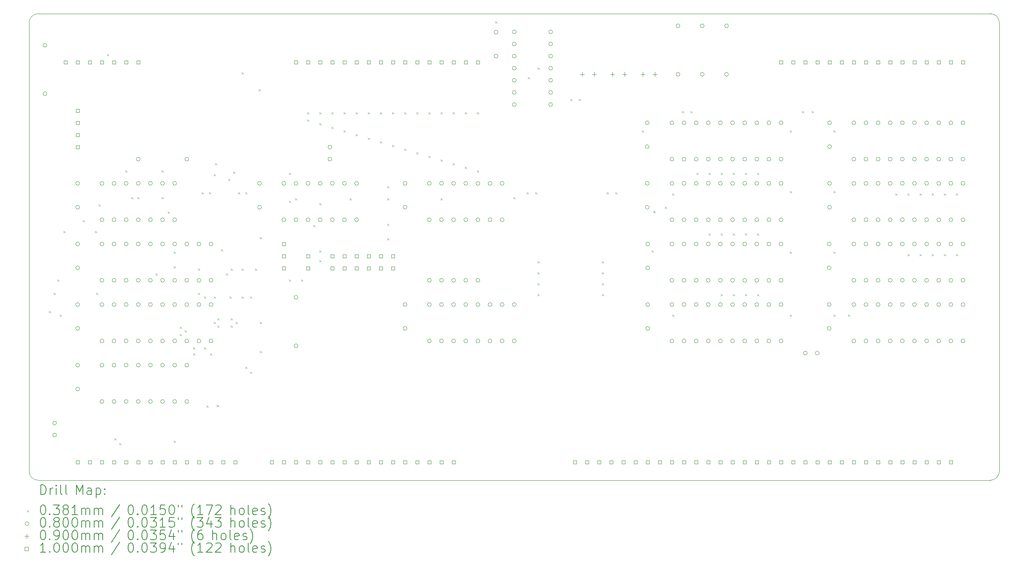
<source format=gbr>
%TF.GenerationSoftware,KiCad,Pcbnew,(7.0.0)*%
%TF.CreationDate,2024-03-28T20:38:48-07:00*%
%TF.ProjectId,video_shift_status_delay,76696465-6f5f-4736-9869-66745f737461,rev?*%
%TF.SameCoordinates,Original*%
%TF.FileFunction,Drillmap*%
%TF.FilePolarity,Positive*%
%FSLAX45Y45*%
G04 Gerber Fmt 4.5, Leading zero omitted, Abs format (unit mm)*
G04 Created by KiCad (PCBNEW (7.0.0)) date 2024-03-28 20:38:48*
%MOMM*%
%LPD*%
G01*
G04 APERTURE LIST*
%ADD10C,0.100000*%
%ADD11C,0.200000*%
%ADD12C,0.038100*%
%ADD13C,0.080000*%
%ADD14C,0.090000*%
G04 APERTURE END LIST*
D10*
X25400000Y-5270500D02*
X25400000Y-14668500D01*
X25209500Y-14859000D02*
G75*
G03*
X25400000Y-14668500I0J190500D01*
G01*
X5080000Y-14668500D02*
G75*
G03*
X5270500Y-14859000I190500J0D01*
G01*
X5080000Y-14668500D02*
X5080000Y-5270500D01*
X5270500Y-5080000D02*
G75*
G03*
X5080000Y-5270500I0J-190500D01*
G01*
X25209500Y-14859000D02*
X5270500Y-14859000D01*
X25400000Y-5270500D02*
G75*
G03*
X25209500Y-5080000I-190500J0D01*
G01*
X5270500Y-5080000D02*
X25209500Y-5080000D01*
D11*
D12*
X5492750Y-11309350D02*
X5530850Y-11347450D01*
X5530850Y-11309350D02*
X5492750Y-11347450D01*
X5594350Y-10928350D02*
X5632450Y-10966450D01*
X5632450Y-10928350D02*
X5594350Y-10966450D01*
X5670550Y-10648950D02*
X5708650Y-10687050D01*
X5708650Y-10648950D02*
X5670550Y-10687050D01*
X5721350Y-11385550D02*
X5759450Y-11423650D01*
X5759450Y-11385550D02*
X5721350Y-11423650D01*
X5797550Y-9632950D02*
X5835650Y-9671050D01*
X5835650Y-9632950D02*
X5797550Y-9671050D01*
X6203950Y-9404350D02*
X6242050Y-9442450D01*
X6242050Y-9404350D02*
X6203950Y-9442450D01*
X6457950Y-9632950D02*
X6496050Y-9671050D01*
X6496050Y-9632950D02*
X6457950Y-9671050D01*
X6483350Y-10928350D02*
X6521450Y-10966450D01*
X6521450Y-10928350D02*
X6483350Y-10966450D01*
X6534150Y-9074150D02*
X6572250Y-9112250D01*
X6572250Y-9074150D02*
X6534150Y-9112250D01*
X6711950Y-5924550D02*
X6750050Y-5962650D01*
X6750050Y-5924550D02*
X6711950Y-5962650D01*
X6864350Y-13976350D02*
X6902450Y-14014450D01*
X6902450Y-13976350D02*
X6864350Y-14014450D01*
X6965950Y-14077950D02*
X7004050Y-14116050D01*
X7004050Y-14077950D02*
X6965950Y-14116050D01*
X7092950Y-8362950D02*
X7131050Y-8401050D01*
X7131050Y-8362950D02*
X7092950Y-8401050D01*
X7219950Y-8921750D02*
X7258050Y-8959850D01*
X7258050Y-8921750D02*
X7219950Y-8959850D01*
X7346950Y-8921750D02*
X7385050Y-8959850D01*
X7385050Y-8921750D02*
X7346950Y-8959850D01*
X7727950Y-10521950D02*
X7766050Y-10560050D01*
X7766050Y-10521950D02*
X7727950Y-10560050D01*
X7854950Y-8362950D02*
X7893050Y-8401050D01*
X7893050Y-8362950D02*
X7854950Y-8401050D01*
X7854950Y-8921750D02*
X7893050Y-8959850D01*
X7893050Y-8921750D02*
X7854950Y-8959850D01*
X7981950Y-9226550D02*
X8020050Y-9264650D01*
X8020050Y-9226550D02*
X7981950Y-9264650D01*
X8108950Y-10064750D02*
X8147050Y-10102850D01*
X8147050Y-10064750D02*
X8108950Y-10102850D01*
X8108950Y-10369550D02*
X8147050Y-10407650D01*
X8147050Y-10369550D02*
X8108950Y-10407650D01*
X8108950Y-14027150D02*
X8147050Y-14065250D01*
X8147050Y-14027150D02*
X8108950Y-14065250D01*
X8235950Y-11639550D02*
X8274050Y-11677650D01*
X8274050Y-11639550D02*
X8235950Y-11677650D01*
X8235950Y-11791950D02*
X8274050Y-11830050D01*
X8274050Y-11791950D02*
X8235950Y-11830050D01*
X8337550Y-11715750D02*
X8375650Y-11753850D01*
X8375650Y-11715750D02*
X8337550Y-11753850D01*
X8515350Y-12071350D02*
X8553450Y-12109450D01*
X8553450Y-12071350D02*
X8515350Y-12109450D01*
X8515350Y-12198350D02*
X8553450Y-12236450D01*
X8553450Y-12198350D02*
X8515350Y-12236450D01*
X8616950Y-10420350D02*
X8655050Y-10458450D01*
X8655050Y-10420350D02*
X8616950Y-10458450D01*
X8616950Y-10928350D02*
X8655050Y-10966450D01*
X8655050Y-10928350D02*
X8616950Y-10966450D01*
X8693150Y-8820150D02*
X8731250Y-8858250D01*
X8731250Y-8820150D02*
X8693150Y-8858250D01*
X8743950Y-11004550D02*
X8782050Y-11042650D01*
X8782050Y-11004550D02*
X8743950Y-11042650D01*
X8743950Y-12071350D02*
X8782050Y-12109450D01*
X8782050Y-12071350D02*
X8743950Y-12109450D01*
X8794750Y-13290550D02*
X8832850Y-13328650D01*
X8832850Y-13290550D02*
X8794750Y-13328650D01*
X8845550Y-8820150D02*
X8883650Y-8858250D01*
X8883650Y-8820150D02*
X8845550Y-8858250D01*
X8870950Y-12198350D02*
X8909050Y-12236450D01*
X8909050Y-12198350D02*
X8870950Y-12236450D01*
X8947150Y-8439150D02*
X8985250Y-8477250D01*
X8985250Y-8439150D02*
X8947150Y-8477250D01*
X8947150Y-11004550D02*
X8985250Y-11042650D01*
X8985250Y-11004550D02*
X8947150Y-11042650D01*
X8947150Y-11537950D02*
X8985250Y-11576050D01*
X8985250Y-11537950D02*
X8947150Y-11576050D01*
X8972550Y-8210550D02*
X9010650Y-8248650D01*
X9010650Y-8210550D02*
X8972550Y-8248650D01*
X9010650Y-13277850D02*
X9048750Y-13315950D01*
X9048750Y-13277850D02*
X9010650Y-13315950D01*
X9023350Y-11461750D02*
X9061450Y-11499850D01*
X9061450Y-11461750D02*
X9023350Y-11499850D01*
X9023350Y-11614150D02*
X9061450Y-11652250D01*
X9061450Y-11614150D02*
X9023350Y-11652250D01*
X9099550Y-10013950D02*
X9137650Y-10052050D01*
X9137650Y-10013950D02*
X9099550Y-10052050D01*
X9201150Y-10521950D02*
X9239250Y-10560050D01*
X9239250Y-10521950D02*
X9201150Y-10560050D01*
X9251950Y-8540750D02*
X9290050Y-8578850D01*
X9290050Y-8540750D02*
X9251950Y-8578850D01*
X9277350Y-11004550D02*
X9315450Y-11042650D01*
X9315450Y-11004550D02*
X9277350Y-11042650D01*
X9302750Y-10420350D02*
X9340850Y-10458450D01*
X9340850Y-10420350D02*
X9302750Y-10458450D01*
X9302750Y-11461750D02*
X9340850Y-11499850D01*
X9340850Y-11461750D02*
X9302750Y-11499850D01*
X9302750Y-11614150D02*
X9340850Y-11652250D01*
X9340850Y-11614150D02*
X9302750Y-11652250D01*
X9353550Y-8388350D02*
X9391650Y-8426450D01*
X9391650Y-8388350D02*
X9353550Y-8426450D01*
X9404350Y-11537950D02*
X9442450Y-11576050D01*
X9442450Y-11537950D02*
X9404350Y-11576050D01*
X9455150Y-8820150D02*
X9493250Y-8858250D01*
X9493250Y-8820150D02*
X9455150Y-8858250D01*
X9531350Y-6305550D02*
X9569450Y-6343650D01*
X9569450Y-6305550D02*
X9531350Y-6343650D01*
X9531350Y-10420350D02*
X9569450Y-10458450D01*
X9569450Y-10420350D02*
X9531350Y-10458450D01*
X9531350Y-11004550D02*
X9569450Y-11042650D01*
X9569450Y-11004550D02*
X9531350Y-11042650D01*
X9607550Y-8820150D02*
X9645650Y-8858250D01*
X9645650Y-8820150D02*
X9607550Y-8858250D01*
X9607550Y-12477750D02*
X9645650Y-12515850D01*
X9645650Y-12477750D02*
X9607550Y-12515850D01*
X9709150Y-11004550D02*
X9747250Y-11042650D01*
X9747250Y-11004550D02*
X9709150Y-11042650D01*
X9709150Y-12579350D02*
X9747250Y-12617450D01*
X9747250Y-12579350D02*
X9709150Y-12617450D01*
X9810750Y-10420350D02*
X9848850Y-10458450D01*
X9848850Y-10420350D02*
X9810750Y-10458450D01*
X9886950Y-6661150D02*
X9925050Y-6699250D01*
X9925050Y-6661150D02*
X9886950Y-6699250D01*
X9912350Y-9759950D02*
X9950450Y-9798050D01*
X9950450Y-9759950D02*
X9912350Y-9798050D01*
X9912350Y-11537950D02*
X9950450Y-11576050D01*
X9950450Y-11537950D02*
X9912350Y-11576050D01*
X9912350Y-12147550D02*
X9950450Y-12185650D01*
X9950450Y-12147550D02*
X9912350Y-12185650D01*
X10521950Y-8413750D02*
X10560050Y-8451850D01*
X10560050Y-8413750D02*
X10521950Y-8451850D01*
X10521950Y-8997950D02*
X10560050Y-9036050D01*
X10560050Y-8997950D02*
X10521950Y-9036050D01*
X10521950Y-10648950D02*
X10560050Y-10687050D01*
X10560050Y-10648950D02*
X10521950Y-10687050D01*
X10648950Y-8947150D02*
X10687050Y-8985250D01*
X10687050Y-8947150D02*
X10648950Y-8985250D01*
X10775950Y-10648950D02*
X10814050Y-10687050D01*
X10814050Y-10648950D02*
X10775950Y-10687050D01*
X10902950Y-7143750D02*
X10941050Y-7181850D01*
X10941050Y-7143750D02*
X10902950Y-7181850D01*
X10902950Y-7296150D02*
X10941050Y-7334250D01*
X10941050Y-7296150D02*
X10902950Y-7334250D01*
X11029950Y-9505950D02*
X11068050Y-9544050D01*
X11068050Y-9505950D02*
X11029950Y-9544050D01*
X11156950Y-7143750D02*
X11195050Y-7181850D01*
X11195050Y-7143750D02*
X11156950Y-7181850D01*
X11156950Y-7372350D02*
X11195050Y-7410450D01*
X11195050Y-7372350D02*
X11156950Y-7410450D01*
X11156950Y-9048750D02*
X11195050Y-9086850D01*
X11195050Y-9048750D02*
X11156950Y-9086850D01*
X11156950Y-10039350D02*
X11195050Y-10077450D01*
X11195050Y-10039350D02*
X11156950Y-10077450D01*
X11156950Y-10242550D02*
X11195050Y-10280650D01*
X11195050Y-10242550D02*
X11156950Y-10280650D01*
X11410950Y-7143750D02*
X11449050Y-7181850D01*
X11449050Y-7143750D02*
X11410950Y-7181850D01*
X11410950Y-7448550D02*
X11449050Y-7486650D01*
X11449050Y-7448550D02*
X11410950Y-7486650D01*
X11664950Y-7143750D02*
X11703050Y-7181850D01*
X11703050Y-7143750D02*
X11664950Y-7181850D01*
X11664950Y-7524750D02*
X11703050Y-7562850D01*
X11703050Y-7524750D02*
X11664950Y-7562850D01*
X11791950Y-8947150D02*
X11830050Y-8985250D01*
X11830050Y-8947150D02*
X11791950Y-8985250D01*
X11918950Y-7143750D02*
X11957050Y-7181850D01*
X11957050Y-7143750D02*
X11918950Y-7181850D01*
X11918950Y-7600950D02*
X11957050Y-7639050D01*
X11957050Y-7600950D02*
X11918950Y-7639050D01*
X12172950Y-7143750D02*
X12211050Y-7181850D01*
X12211050Y-7143750D02*
X12172950Y-7181850D01*
X12172950Y-7677150D02*
X12211050Y-7715250D01*
X12211050Y-7677150D02*
X12172950Y-7715250D01*
X12426950Y-7143750D02*
X12465050Y-7181850D01*
X12465050Y-7143750D02*
X12426950Y-7181850D01*
X12426950Y-7753350D02*
X12465050Y-7791450D01*
X12465050Y-7753350D02*
X12426950Y-7791450D01*
X12579350Y-8693150D02*
X12617450Y-8731250D01*
X12617450Y-8693150D02*
X12579350Y-8731250D01*
X12579350Y-8947150D02*
X12617450Y-8985250D01*
X12617450Y-8947150D02*
X12579350Y-8985250D01*
X12579350Y-9480550D02*
X12617450Y-9518650D01*
X12617450Y-9480550D02*
X12579350Y-9518650D01*
X12579350Y-9785350D02*
X12617450Y-9823450D01*
X12617450Y-9785350D02*
X12579350Y-9823450D01*
X12680950Y-7143750D02*
X12719050Y-7181850D01*
X12719050Y-7143750D02*
X12680950Y-7181850D01*
X12680950Y-7829550D02*
X12719050Y-7867650D01*
X12719050Y-7829550D02*
X12680950Y-7867650D01*
X12934950Y-7143750D02*
X12973050Y-7181850D01*
X12973050Y-7143750D02*
X12934950Y-7181850D01*
X12934950Y-7905750D02*
X12973050Y-7943850D01*
X12973050Y-7905750D02*
X12934950Y-7943850D01*
X13188950Y-7143750D02*
X13227050Y-7181850D01*
X13227050Y-7143750D02*
X13188950Y-7181850D01*
X13188950Y-7981950D02*
X13227050Y-8020050D01*
X13227050Y-7981950D02*
X13188950Y-8020050D01*
X13442950Y-7143750D02*
X13481050Y-7181850D01*
X13481050Y-7143750D02*
X13442950Y-7181850D01*
X13442950Y-8058150D02*
X13481050Y-8096250D01*
X13481050Y-8058150D02*
X13442950Y-8096250D01*
X13696950Y-7143750D02*
X13735050Y-7181850D01*
X13735050Y-7143750D02*
X13696950Y-7181850D01*
X13696950Y-8134350D02*
X13735050Y-8172450D01*
X13735050Y-8134350D02*
X13696950Y-8172450D01*
X13696950Y-8947150D02*
X13735050Y-8985250D01*
X13735050Y-8947150D02*
X13696950Y-8985250D01*
X13950950Y-7143750D02*
X13989050Y-7181850D01*
X13989050Y-7143750D02*
X13950950Y-7181850D01*
X13950950Y-8210550D02*
X13989050Y-8248650D01*
X13989050Y-8210550D02*
X13950950Y-8248650D01*
X14204950Y-7143750D02*
X14243050Y-7181850D01*
X14243050Y-7143750D02*
X14204950Y-7181850D01*
X14204950Y-8286750D02*
X14243050Y-8324850D01*
X14243050Y-8286750D02*
X14204950Y-8324850D01*
X14458950Y-7143750D02*
X14497050Y-7181850D01*
X14497050Y-7143750D02*
X14458950Y-7181850D01*
X14458950Y-8362950D02*
X14497050Y-8401050D01*
X14497050Y-8362950D02*
X14458950Y-8401050D01*
X14839950Y-5238750D02*
X14878050Y-5276850D01*
X14878050Y-5238750D02*
X14839950Y-5276850D01*
X15220950Y-8921750D02*
X15259050Y-8959850D01*
X15259050Y-8921750D02*
X15220950Y-8959850D01*
X15500350Y-8820150D02*
X15538450Y-8858250D01*
X15538450Y-8820150D02*
X15500350Y-8858250D01*
X15525750Y-6407150D02*
X15563850Y-6445250D01*
X15563850Y-6407150D02*
X15525750Y-6445250D01*
X15678150Y-8820150D02*
X15716250Y-8858250D01*
X15716250Y-8820150D02*
X15678150Y-8858250D01*
X15728950Y-6203950D02*
X15767050Y-6242050D01*
X15767050Y-6203950D02*
X15728950Y-6242050D01*
X15728950Y-10267950D02*
X15767050Y-10306050D01*
X15767050Y-10267950D02*
X15728950Y-10306050D01*
X15728950Y-10496550D02*
X15767050Y-10534650D01*
X15767050Y-10496550D02*
X15728950Y-10534650D01*
X15728950Y-10725150D02*
X15767050Y-10763250D01*
X15767050Y-10725150D02*
X15728950Y-10763250D01*
X15728950Y-10953750D02*
X15767050Y-10991850D01*
X15767050Y-10953750D02*
X15728950Y-10991850D01*
X16414750Y-6864350D02*
X16452850Y-6902450D01*
X16452850Y-6864350D02*
X16414750Y-6902450D01*
X16592550Y-6864350D02*
X16630650Y-6902450D01*
X16630650Y-6864350D02*
X16592550Y-6902450D01*
X17075150Y-10267950D02*
X17113250Y-10306050D01*
X17113250Y-10267950D02*
X17075150Y-10306050D01*
X17075150Y-10496550D02*
X17113250Y-10534650D01*
X17113250Y-10496550D02*
X17075150Y-10534650D01*
X17075150Y-10725150D02*
X17113250Y-10763250D01*
X17113250Y-10725150D02*
X17075150Y-10763250D01*
X17075150Y-10953750D02*
X17113250Y-10991850D01*
X17113250Y-10953750D02*
X17075150Y-10991850D01*
X17176750Y-8820150D02*
X17214850Y-8858250D01*
X17214850Y-8820150D02*
X17176750Y-8858250D01*
X17354550Y-8820150D02*
X17392650Y-8858250D01*
X17392650Y-8820150D02*
X17354550Y-8858250D01*
X17913350Y-7524750D02*
X17951450Y-7562850D01*
X17951450Y-7524750D02*
X17913350Y-7562850D01*
X18116550Y-10039350D02*
X18154650Y-10077450D01*
X18154650Y-10039350D02*
X18116550Y-10077450D01*
X18154650Y-9213850D02*
X18192750Y-9251950D01*
X18192750Y-9213850D02*
X18154650Y-9251950D01*
X18395950Y-9124950D02*
X18434050Y-9163050D01*
X18434050Y-9124950D02*
X18395950Y-9163050D01*
X18548350Y-8845550D02*
X18586450Y-8883650D01*
X18586450Y-8845550D02*
X18548350Y-8883650D01*
X18548350Y-11385550D02*
X18586450Y-11423650D01*
X18586450Y-11385550D02*
X18548350Y-11423650D01*
X18751550Y-7118350D02*
X18789650Y-7156450D01*
X18789650Y-7118350D02*
X18751550Y-7156450D01*
X18929350Y-7118350D02*
X18967450Y-7156450D01*
X18967450Y-7118350D02*
X18929350Y-7156450D01*
X19056350Y-8413750D02*
X19094450Y-8451850D01*
X19094450Y-8413750D02*
X19056350Y-8451850D01*
X19310350Y-8413750D02*
X19348450Y-8451850D01*
X19348450Y-8413750D02*
X19310350Y-8451850D01*
X19310350Y-9683750D02*
X19348450Y-9721850D01*
X19348450Y-9683750D02*
X19310350Y-9721850D01*
X19564350Y-8413750D02*
X19602450Y-8451850D01*
X19602450Y-8413750D02*
X19564350Y-8451850D01*
X19564350Y-9683750D02*
X19602450Y-9721850D01*
X19602450Y-9683750D02*
X19564350Y-9721850D01*
X19564350Y-10953750D02*
X19602450Y-10991850D01*
X19602450Y-10953750D02*
X19564350Y-10991850D01*
X19818350Y-8413750D02*
X19856450Y-8451850D01*
X19856450Y-8413750D02*
X19818350Y-8451850D01*
X19818350Y-9683750D02*
X19856450Y-9721850D01*
X19856450Y-9683750D02*
X19818350Y-9721850D01*
X19818350Y-10953750D02*
X19856450Y-10991850D01*
X19856450Y-10953750D02*
X19818350Y-10991850D01*
X20072350Y-8413750D02*
X20110450Y-8451850D01*
X20110450Y-8413750D02*
X20072350Y-8451850D01*
X20072350Y-9683750D02*
X20110450Y-9721850D01*
X20110450Y-9683750D02*
X20072350Y-9721850D01*
X20072350Y-10953750D02*
X20110450Y-10991850D01*
X20110450Y-10953750D02*
X20072350Y-10991850D01*
X20326350Y-8413750D02*
X20364450Y-8451850D01*
X20364450Y-8413750D02*
X20326350Y-8451850D01*
X20326350Y-9683750D02*
X20364450Y-9721850D01*
X20364450Y-9683750D02*
X20326350Y-9721850D01*
X20326350Y-10953750D02*
X20364450Y-10991850D01*
X20364450Y-10953750D02*
X20326350Y-10991850D01*
X21012150Y-7524750D02*
X21050250Y-7562850D01*
X21050250Y-7524750D02*
X21012150Y-7562850D01*
X21012150Y-8794750D02*
X21050250Y-8832850D01*
X21050250Y-8794750D02*
X21012150Y-8832850D01*
X21012150Y-10064750D02*
X21050250Y-10102850D01*
X21050250Y-10064750D02*
X21012150Y-10102850D01*
X21012150Y-11385550D02*
X21050250Y-11423650D01*
X21050250Y-11385550D02*
X21012150Y-11423650D01*
X21266150Y-7118350D02*
X21304250Y-7156450D01*
X21304250Y-7118350D02*
X21266150Y-7156450D01*
X21469350Y-7118350D02*
X21507450Y-7156450D01*
X21507450Y-7118350D02*
X21469350Y-7156450D01*
X21926550Y-7524750D02*
X21964650Y-7562850D01*
X21964650Y-7524750D02*
X21926550Y-7562850D01*
X21926550Y-8794750D02*
X21964650Y-8832850D01*
X21964650Y-8794750D02*
X21926550Y-8832850D01*
X21926550Y-10064750D02*
X21964650Y-10102850D01*
X21964650Y-10064750D02*
X21926550Y-10102850D01*
X21926550Y-11385550D02*
X21964650Y-11423650D01*
X21964650Y-11385550D02*
X21926550Y-11423650D01*
X22231350Y-11385550D02*
X22269450Y-11423650D01*
X22269450Y-11385550D02*
X22231350Y-11423650D01*
X23221950Y-8845550D02*
X23260050Y-8883650D01*
X23260050Y-8845550D02*
X23221950Y-8883650D01*
X23475950Y-8845550D02*
X23514050Y-8883650D01*
X23514050Y-8845550D02*
X23475950Y-8883650D01*
X23475950Y-10115550D02*
X23514050Y-10153650D01*
X23514050Y-10115550D02*
X23475950Y-10153650D01*
X23729950Y-8845550D02*
X23768050Y-8883650D01*
X23768050Y-8845550D02*
X23729950Y-8883650D01*
X23729950Y-10115550D02*
X23768050Y-10153650D01*
X23768050Y-10115550D02*
X23729950Y-10153650D01*
X23983950Y-8845550D02*
X24022050Y-8883650D01*
X24022050Y-8845550D02*
X23983950Y-8883650D01*
X23983950Y-10115550D02*
X24022050Y-10153650D01*
X24022050Y-10115550D02*
X23983950Y-10153650D01*
X24237950Y-8845550D02*
X24276050Y-8883650D01*
X24276050Y-8845550D02*
X24237950Y-8883650D01*
X24237950Y-10115550D02*
X24276050Y-10153650D01*
X24276050Y-10115550D02*
X24237950Y-10153650D01*
X24491950Y-8845550D02*
X24530050Y-8883650D01*
X24530050Y-8845550D02*
X24491950Y-8883650D01*
X24491950Y-10115550D02*
X24530050Y-10153650D01*
X24530050Y-10115550D02*
X24491950Y-10153650D01*
D13*
X5450200Y-5740400D02*
G75*
G03*
X5450200Y-5740400I-40000J0D01*
G01*
X5450200Y-6756400D02*
G75*
G03*
X5450200Y-6756400I-40000J0D01*
G01*
X5653400Y-13660438D02*
G75*
G03*
X5653400Y-13660438I-40000J0D01*
G01*
X5653400Y-13910438D02*
G75*
G03*
X5653400Y-13910438I-40000J0D01*
G01*
X6136000Y-8636000D02*
G75*
G03*
X6136000Y-8636000I-40000J0D01*
G01*
X6136000Y-9136000D02*
G75*
G03*
X6136000Y-9136000I-40000J0D01*
G01*
X6136000Y-9906000D02*
G75*
G03*
X6136000Y-9906000I-40000J0D01*
G01*
X6136000Y-10406000D02*
G75*
G03*
X6136000Y-10406000I-40000J0D01*
G01*
X6136000Y-11176000D02*
G75*
G03*
X6136000Y-11176000I-40000J0D01*
G01*
X6136000Y-11676000D02*
G75*
G03*
X6136000Y-11676000I-40000J0D01*
G01*
X6136000Y-12446000D02*
G75*
G03*
X6136000Y-12446000I-40000J0D01*
G01*
X6136000Y-12946000D02*
G75*
G03*
X6136000Y-12946000I-40000J0D01*
G01*
X6644000Y-8636000D02*
G75*
G03*
X6644000Y-8636000I-40000J0D01*
G01*
X6644000Y-9398000D02*
G75*
G03*
X6644000Y-9398000I-40000J0D01*
G01*
X6644000Y-9906000D02*
G75*
G03*
X6644000Y-9906000I-40000J0D01*
G01*
X6644000Y-10668000D02*
G75*
G03*
X6644000Y-10668000I-40000J0D01*
G01*
X6644000Y-11176000D02*
G75*
G03*
X6644000Y-11176000I-40000J0D01*
G01*
X6644000Y-11938000D02*
G75*
G03*
X6644000Y-11938000I-40000J0D01*
G01*
X6644000Y-12446000D02*
G75*
G03*
X6644000Y-12446000I-40000J0D01*
G01*
X6644000Y-13208000D02*
G75*
G03*
X6644000Y-13208000I-40000J0D01*
G01*
X6898000Y-8636000D02*
G75*
G03*
X6898000Y-8636000I-40000J0D01*
G01*
X6898000Y-9398000D02*
G75*
G03*
X6898000Y-9398000I-40000J0D01*
G01*
X6898000Y-9906000D02*
G75*
G03*
X6898000Y-9906000I-40000J0D01*
G01*
X6898000Y-10668000D02*
G75*
G03*
X6898000Y-10668000I-40000J0D01*
G01*
X6898000Y-11176000D02*
G75*
G03*
X6898000Y-11176000I-40000J0D01*
G01*
X6898000Y-11938000D02*
G75*
G03*
X6898000Y-11938000I-40000J0D01*
G01*
X6898000Y-12446000D02*
G75*
G03*
X6898000Y-12446000I-40000J0D01*
G01*
X6898000Y-13208000D02*
G75*
G03*
X6898000Y-13208000I-40000J0D01*
G01*
X7152000Y-8636000D02*
G75*
G03*
X7152000Y-8636000I-40000J0D01*
G01*
X7152000Y-9398000D02*
G75*
G03*
X7152000Y-9398000I-40000J0D01*
G01*
X7152000Y-9906000D02*
G75*
G03*
X7152000Y-9906000I-40000J0D01*
G01*
X7152000Y-10668000D02*
G75*
G03*
X7152000Y-10668000I-40000J0D01*
G01*
X7152000Y-11176000D02*
G75*
G03*
X7152000Y-11176000I-40000J0D01*
G01*
X7152000Y-11938000D02*
G75*
G03*
X7152000Y-11938000I-40000J0D01*
G01*
X7152000Y-12446000D02*
G75*
G03*
X7152000Y-12446000I-40000J0D01*
G01*
X7152000Y-13208000D02*
G75*
G03*
X7152000Y-13208000I-40000J0D01*
G01*
X7406000Y-8128000D02*
G75*
G03*
X7406000Y-8128000I-40000J0D01*
G01*
X7406000Y-8636000D02*
G75*
G03*
X7406000Y-8636000I-40000J0D01*
G01*
X7406000Y-9398000D02*
G75*
G03*
X7406000Y-9398000I-40000J0D01*
G01*
X7406000Y-9906000D02*
G75*
G03*
X7406000Y-9906000I-40000J0D01*
G01*
X7406000Y-10668000D02*
G75*
G03*
X7406000Y-10668000I-40000J0D01*
G01*
X7406000Y-11176000D02*
G75*
G03*
X7406000Y-11176000I-40000J0D01*
G01*
X7406000Y-11938000D02*
G75*
G03*
X7406000Y-11938000I-40000J0D01*
G01*
X7406000Y-12446000D02*
G75*
G03*
X7406000Y-12446000I-40000J0D01*
G01*
X7406000Y-13208000D02*
G75*
G03*
X7406000Y-13208000I-40000J0D01*
G01*
X7660000Y-8636000D02*
G75*
G03*
X7660000Y-8636000I-40000J0D01*
G01*
X7660000Y-9398000D02*
G75*
G03*
X7660000Y-9398000I-40000J0D01*
G01*
X7660000Y-9906000D02*
G75*
G03*
X7660000Y-9906000I-40000J0D01*
G01*
X7660000Y-10668000D02*
G75*
G03*
X7660000Y-10668000I-40000J0D01*
G01*
X7660000Y-11176000D02*
G75*
G03*
X7660000Y-11176000I-40000J0D01*
G01*
X7660000Y-11938000D02*
G75*
G03*
X7660000Y-11938000I-40000J0D01*
G01*
X7660000Y-12446000D02*
G75*
G03*
X7660000Y-12446000I-40000J0D01*
G01*
X7660000Y-13208000D02*
G75*
G03*
X7660000Y-13208000I-40000J0D01*
G01*
X7914000Y-8636000D02*
G75*
G03*
X7914000Y-8636000I-40000J0D01*
G01*
X7914000Y-9398000D02*
G75*
G03*
X7914000Y-9398000I-40000J0D01*
G01*
X7914000Y-9906000D02*
G75*
G03*
X7914000Y-9906000I-40000J0D01*
G01*
X7914000Y-10668000D02*
G75*
G03*
X7914000Y-10668000I-40000J0D01*
G01*
X7914000Y-11176000D02*
G75*
G03*
X7914000Y-11176000I-40000J0D01*
G01*
X7914000Y-11938000D02*
G75*
G03*
X7914000Y-11938000I-40000J0D01*
G01*
X7914000Y-12446000D02*
G75*
G03*
X7914000Y-12446000I-40000J0D01*
G01*
X7914000Y-13208000D02*
G75*
G03*
X7914000Y-13208000I-40000J0D01*
G01*
X8168000Y-8636000D02*
G75*
G03*
X8168000Y-8636000I-40000J0D01*
G01*
X8168000Y-9398000D02*
G75*
G03*
X8168000Y-9398000I-40000J0D01*
G01*
X8168000Y-9906000D02*
G75*
G03*
X8168000Y-9906000I-40000J0D01*
G01*
X8168000Y-10668000D02*
G75*
G03*
X8168000Y-10668000I-40000J0D01*
G01*
X8168000Y-11176000D02*
G75*
G03*
X8168000Y-11176000I-40000J0D01*
G01*
X8168000Y-11938000D02*
G75*
G03*
X8168000Y-11938000I-40000J0D01*
G01*
X8168000Y-12446000D02*
G75*
G03*
X8168000Y-12446000I-40000J0D01*
G01*
X8168000Y-13208000D02*
G75*
G03*
X8168000Y-13208000I-40000J0D01*
G01*
X8422000Y-8128000D02*
G75*
G03*
X8422000Y-8128000I-40000J0D01*
G01*
X8422000Y-9906000D02*
G75*
G03*
X8422000Y-9906000I-40000J0D01*
G01*
X8422000Y-10668000D02*
G75*
G03*
X8422000Y-10668000I-40000J0D01*
G01*
X8422000Y-11176000D02*
G75*
G03*
X8422000Y-11176000I-40000J0D01*
G01*
X8422000Y-11938000D02*
G75*
G03*
X8422000Y-11938000I-40000J0D01*
G01*
X8422000Y-12446000D02*
G75*
G03*
X8422000Y-12446000I-40000J0D01*
G01*
X8422000Y-13208000D02*
G75*
G03*
X8422000Y-13208000I-40000J0D01*
G01*
X8676000Y-9906000D02*
G75*
G03*
X8676000Y-9906000I-40000J0D01*
G01*
X8676000Y-10668000D02*
G75*
G03*
X8676000Y-10668000I-40000J0D01*
G01*
X8676000Y-11176000D02*
G75*
G03*
X8676000Y-11176000I-40000J0D01*
G01*
X8676000Y-11938000D02*
G75*
G03*
X8676000Y-11938000I-40000J0D01*
G01*
X8930000Y-9906000D02*
G75*
G03*
X8930000Y-9906000I-40000J0D01*
G01*
X8930000Y-10668000D02*
G75*
G03*
X8930000Y-10668000I-40000J0D01*
G01*
X8930000Y-11176000D02*
G75*
G03*
X8930000Y-11176000I-40000J0D01*
G01*
X8930000Y-11938000D02*
G75*
G03*
X8930000Y-11938000I-40000J0D01*
G01*
X9946000Y-8636000D02*
G75*
G03*
X9946000Y-8636000I-40000J0D01*
G01*
X9946000Y-9136000D02*
G75*
G03*
X9946000Y-9136000I-40000J0D01*
G01*
X10454000Y-8636000D02*
G75*
G03*
X10454000Y-8636000I-40000J0D01*
G01*
X10454000Y-9398000D02*
G75*
G03*
X10454000Y-9398000I-40000J0D01*
G01*
X10708000Y-8636000D02*
G75*
G03*
X10708000Y-8636000I-40000J0D01*
G01*
X10708000Y-9398000D02*
G75*
G03*
X10708000Y-9398000I-40000J0D01*
G01*
X10708000Y-11023600D02*
G75*
G03*
X10708000Y-11023600I-40000J0D01*
G01*
X10708000Y-12039600D02*
G75*
G03*
X10708000Y-12039600I-40000J0D01*
G01*
X10962000Y-8636000D02*
G75*
G03*
X10962000Y-8636000I-40000J0D01*
G01*
X10962000Y-9398000D02*
G75*
G03*
X10962000Y-9398000I-40000J0D01*
G01*
X11216000Y-8636000D02*
G75*
G03*
X11216000Y-8636000I-40000J0D01*
G01*
X11216000Y-9398000D02*
G75*
G03*
X11216000Y-9398000I-40000J0D01*
G01*
X11419200Y-7878000D02*
G75*
G03*
X11419200Y-7878000I-40000J0D01*
G01*
X11419200Y-8128000D02*
G75*
G03*
X11419200Y-8128000I-40000J0D01*
G01*
X11470000Y-8636000D02*
G75*
G03*
X11470000Y-8636000I-40000J0D01*
G01*
X11470000Y-9398000D02*
G75*
G03*
X11470000Y-9398000I-40000J0D01*
G01*
X11724000Y-8636000D02*
G75*
G03*
X11724000Y-8636000I-40000J0D01*
G01*
X11724000Y-9398000D02*
G75*
G03*
X11724000Y-9398000I-40000J0D01*
G01*
X11978000Y-8636000D02*
G75*
G03*
X11978000Y-8636000I-40000J0D01*
G01*
X11978000Y-9398000D02*
G75*
G03*
X11978000Y-9398000I-40000J0D01*
G01*
X12994000Y-8636000D02*
G75*
G03*
X12994000Y-8636000I-40000J0D01*
G01*
X12994000Y-9136000D02*
G75*
G03*
X12994000Y-9136000I-40000J0D01*
G01*
X12994000Y-11176000D02*
G75*
G03*
X12994000Y-11176000I-40000J0D01*
G01*
X12994000Y-11676000D02*
G75*
G03*
X12994000Y-11676000I-40000J0D01*
G01*
X13502000Y-8636000D02*
G75*
G03*
X13502000Y-8636000I-40000J0D01*
G01*
X13502000Y-9398000D02*
G75*
G03*
X13502000Y-9398000I-40000J0D01*
G01*
X13502000Y-10668000D02*
G75*
G03*
X13502000Y-10668000I-40000J0D01*
G01*
X13502000Y-11176000D02*
G75*
G03*
X13502000Y-11176000I-40000J0D01*
G01*
X13502000Y-11938000D02*
G75*
G03*
X13502000Y-11938000I-40000J0D01*
G01*
X13756000Y-8636000D02*
G75*
G03*
X13756000Y-8636000I-40000J0D01*
G01*
X13756000Y-9398000D02*
G75*
G03*
X13756000Y-9398000I-40000J0D01*
G01*
X13756000Y-10668000D02*
G75*
G03*
X13756000Y-10668000I-40000J0D01*
G01*
X13756000Y-11176000D02*
G75*
G03*
X13756000Y-11176000I-40000J0D01*
G01*
X13756000Y-11938000D02*
G75*
G03*
X13756000Y-11938000I-40000J0D01*
G01*
X14010000Y-8636000D02*
G75*
G03*
X14010000Y-8636000I-40000J0D01*
G01*
X14010000Y-9398000D02*
G75*
G03*
X14010000Y-9398000I-40000J0D01*
G01*
X14010000Y-10668000D02*
G75*
G03*
X14010000Y-10668000I-40000J0D01*
G01*
X14010000Y-11176000D02*
G75*
G03*
X14010000Y-11176000I-40000J0D01*
G01*
X14010000Y-11938000D02*
G75*
G03*
X14010000Y-11938000I-40000J0D01*
G01*
X14264000Y-8636000D02*
G75*
G03*
X14264000Y-8636000I-40000J0D01*
G01*
X14264000Y-9398000D02*
G75*
G03*
X14264000Y-9398000I-40000J0D01*
G01*
X14264000Y-10668000D02*
G75*
G03*
X14264000Y-10668000I-40000J0D01*
G01*
X14264000Y-11176000D02*
G75*
G03*
X14264000Y-11176000I-40000J0D01*
G01*
X14264000Y-11938000D02*
G75*
G03*
X14264000Y-11938000I-40000J0D01*
G01*
X14518000Y-8636000D02*
G75*
G03*
X14518000Y-8636000I-40000J0D01*
G01*
X14518000Y-9398000D02*
G75*
G03*
X14518000Y-9398000I-40000J0D01*
G01*
X14518000Y-10668000D02*
G75*
G03*
X14518000Y-10668000I-40000J0D01*
G01*
X14518000Y-11176000D02*
G75*
G03*
X14518000Y-11176000I-40000J0D01*
G01*
X14518000Y-11938000D02*
G75*
G03*
X14518000Y-11938000I-40000J0D01*
G01*
X14772000Y-8636000D02*
G75*
G03*
X14772000Y-8636000I-40000J0D01*
G01*
X14772000Y-9398000D02*
G75*
G03*
X14772000Y-9398000I-40000J0D01*
G01*
X14772000Y-11176000D02*
G75*
G03*
X14772000Y-11176000I-40000J0D01*
G01*
X14772000Y-11938000D02*
G75*
G03*
X14772000Y-11938000I-40000J0D01*
G01*
X14899000Y-5469000D02*
G75*
G03*
X14899000Y-5469000I-40000J0D01*
G01*
X14899000Y-5969000D02*
G75*
G03*
X14899000Y-5969000I-40000J0D01*
G01*
X15026000Y-8636000D02*
G75*
G03*
X15026000Y-8636000I-40000J0D01*
G01*
X15026000Y-9398000D02*
G75*
G03*
X15026000Y-9398000I-40000J0D01*
G01*
X15026000Y-11176000D02*
G75*
G03*
X15026000Y-11176000I-40000J0D01*
G01*
X15026000Y-11938000D02*
G75*
G03*
X15026000Y-11938000I-40000J0D01*
G01*
X15280000Y-5460500D02*
G75*
G03*
X15280000Y-5460500I-40000J0D01*
G01*
X15280000Y-5714500D02*
G75*
G03*
X15280000Y-5714500I-40000J0D01*
G01*
X15280000Y-5968500D02*
G75*
G03*
X15280000Y-5968500I-40000J0D01*
G01*
X15280000Y-6222500D02*
G75*
G03*
X15280000Y-6222500I-40000J0D01*
G01*
X15280000Y-6476500D02*
G75*
G03*
X15280000Y-6476500I-40000J0D01*
G01*
X15280000Y-6730500D02*
G75*
G03*
X15280000Y-6730500I-40000J0D01*
G01*
X15280000Y-6984500D02*
G75*
G03*
X15280000Y-6984500I-40000J0D01*
G01*
X15280000Y-11176000D02*
G75*
G03*
X15280000Y-11176000I-40000J0D01*
G01*
X15280000Y-11938000D02*
G75*
G03*
X15280000Y-11938000I-40000J0D01*
G01*
X16042000Y-5460500D02*
G75*
G03*
X16042000Y-5460500I-40000J0D01*
G01*
X16042000Y-5714500D02*
G75*
G03*
X16042000Y-5714500I-40000J0D01*
G01*
X16042000Y-5968500D02*
G75*
G03*
X16042000Y-5968500I-40000J0D01*
G01*
X16042000Y-6222500D02*
G75*
G03*
X16042000Y-6222500I-40000J0D01*
G01*
X16042000Y-6476500D02*
G75*
G03*
X16042000Y-6476500I-40000J0D01*
G01*
X16042000Y-6730500D02*
G75*
G03*
X16042000Y-6730500I-40000J0D01*
G01*
X16042000Y-6984500D02*
G75*
G03*
X16042000Y-6984500I-40000J0D01*
G01*
X18066000Y-7366000D02*
G75*
G03*
X18066000Y-7366000I-40000J0D01*
G01*
X18066000Y-7866000D02*
G75*
G03*
X18066000Y-7866000I-40000J0D01*
G01*
X18066000Y-8636000D02*
G75*
G03*
X18066000Y-8636000I-40000J0D01*
G01*
X18066000Y-9136000D02*
G75*
G03*
X18066000Y-9136000I-40000J0D01*
G01*
X18074000Y-9906000D02*
G75*
G03*
X18074000Y-9906000I-40000J0D01*
G01*
X18074000Y-10406000D02*
G75*
G03*
X18074000Y-10406000I-40000J0D01*
G01*
X18074000Y-11176000D02*
G75*
G03*
X18074000Y-11176000I-40000J0D01*
G01*
X18074000Y-11676000D02*
G75*
G03*
X18074000Y-11676000I-40000J0D01*
G01*
X18582000Y-7366000D02*
G75*
G03*
X18582000Y-7366000I-40000J0D01*
G01*
X18582000Y-8128000D02*
G75*
G03*
X18582000Y-8128000I-40000J0D01*
G01*
X18582000Y-8636000D02*
G75*
G03*
X18582000Y-8636000I-40000J0D01*
G01*
X18582000Y-9398000D02*
G75*
G03*
X18582000Y-9398000I-40000J0D01*
G01*
X18582000Y-9906000D02*
G75*
G03*
X18582000Y-9906000I-40000J0D01*
G01*
X18582000Y-10668000D02*
G75*
G03*
X18582000Y-10668000I-40000J0D01*
G01*
X18582000Y-11176000D02*
G75*
G03*
X18582000Y-11176000I-40000J0D01*
G01*
X18582000Y-11938000D02*
G75*
G03*
X18582000Y-11938000I-40000J0D01*
G01*
X18709000Y-5334000D02*
G75*
G03*
X18709000Y-5334000I-40000J0D01*
G01*
X18709000Y-6350000D02*
G75*
G03*
X18709000Y-6350000I-40000J0D01*
G01*
X18836000Y-7366000D02*
G75*
G03*
X18836000Y-7366000I-40000J0D01*
G01*
X18836000Y-8128000D02*
G75*
G03*
X18836000Y-8128000I-40000J0D01*
G01*
X18836000Y-8636000D02*
G75*
G03*
X18836000Y-8636000I-40000J0D01*
G01*
X18836000Y-9398000D02*
G75*
G03*
X18836000Y-9398000I-40000J0D01*
G01*
X18836000Y-9906000D02*
G75*
G03*
X18836000Y-9906000I-40000J0D01*
G01*
X18836000Y-10668000D02*
G75*
G03*
X18836000Y-10668000I-40000J0D01*
G01*
X18836000Y-11176000D02*
G75*
G03*
X18836000Y-11176000I-40000J0D01*
G01*
X18836000Y-11938000D02*
G75*
G03*
X18836000Y-11938000I-40000J0D01*
G01*
X19090000Y-7366000D02*
G75*
G03*
X19090000Y-7366000I-40000J0D01*
G01*
X19090000Y-8128000D02*
G75*
G03*
X19090000Y-8128000I-40000J0D01*
G01*
X19090000Y-8636000D02*
G75*
G03*
X19090000Y-8636000I-40000J0D01*
G01*
X19090000Y-9398000D02*
G75*
G03*
X19090000Y-9398000I-40000J0D01*
G01*
X19090000Y-9906000D02*
G75*
G03*
X19090000Y-9906000I-40000J0D01*
G01*
X19090000Y-10668000D02*
G75*
G03*
X19090000Y-10668000I-40000J0D01*
G01*
X19090000Y-11176000D02*
G75*
G03*
X19090000Y-11176000I-40000J0D01*
G01*
X19090000Y-11938000D02*
G75*
G03*
X19090000Y-11938000I-40000J0D01*
G01*
X19217000Y-5334000D02*
G75*
G03*
X19217000Y-5334000I-40000J0D01*
G01*
X19217000Y-6350000D02*
G75*
G03*
X19217000Y-6350000I-40000J0D01*
G01*
X19344000Y-7366000D02*
G75*
G03*
X19344000Y-7366000I-40000J0D01*
G01*
X19344000Y-8128000D02*
G75*
G03*
X19344000Y-8128000I-40000J0D01*
G01*
X19344000Y-8636000D02*
G75*
G03*
X19344000Y-8636000I-40000J0D01*
G01*
X19344000Y-9398000D02*
G75*
G03*
X19344000Y-9398000I-40000J0D01*
G01*
X19344000Y-9906000D02*
G75*
G03*
X19344000Y-9906000I-40000J0D01*
G01*
X19344000Y-10668000D02*
G75*
G03*
X19344000Y-10668000I-40000J0D01*
G01*
X19344000Y-11176000D02*
G75*
G03*
X19344000Y-11176000I-40000J0D01*
G01*
X19344000Y-11938000D02*
G75*
G03*
X19344000Y-11938000I-40000J0D01*
G01*
X19598000Y-7366000D02*
G75*
G03*
X19598000Y-7366000I-40000J0D01*
G01*
X19598000Y-8128000D02*
G75*
G03*
X19598000Y-8128000I-40000J0D01*
G01*
X19598000Y-8636000D02*
G75*
G03*
X19598000Y-8636000I-40000J0D01*
G01*
X19598000Y-9398000D02*
G75*
G03*
X19598000Y-9398000I-40000J0D01*
G01*
X19598000Y-9906000D02*
G75*
G03*
X19598000Y-9906000I-40000J0D01*
G01*
X19598000Y-10668000D02*
G75*
G03*
X19598000Y-10668000I-40000J0D01*
G01*
X19598000Y-11176000D02*
G75*
G03*
X19598000Y-11176000I-40000J0D01*
G01*
X19598000Y-11938000D02*
G75*
G03*
X19598000Y-11938000I-40000J0D01*
G01*
X19725000Y-5334000D02*
G75*
G03*
X19725000Y-5334000I-40000J0D01*
G01*
X19725000Y-6350000D02*
G75*
G03*
X19725000Y-6350000I-40000J0D01*
G01*
X19852000Y-7366000D02*
G75*
G03*
X19852000Y-7366000I-40000J0D01*
G01*
X19852000Y-8128000D02*
G75*
G03*
X19852000Y-8128000I-40000J0D01*
G01*
X19852000Y-8636000D02*
G75*
G03*
X19852000Y-8636000I-40000J0D01*
G01*
X19852000Y-9398000D02*
G75*
G03*
X19852000Y-9398000I-40000J0D01*
G01*
X19852000Y-9906000D02*
G75*
G03*
X19852000Y-9906000I-40000J0D01*
G01*
X19852000Y-10668000D02*
G75*
G03*
X19852000Y-10668000I-40000J0D01*
G01*
X19852000Y-11176000D02*
G75*
G03*
X19852000Y-11176000I-40000J0D01*
G01*
X19852000Y-11938000D02*
G75*
G03*
X19852000Y-11938000I-40000J0D01*
G01*
X20106000Y-7366000D02*
G75*
G03*
X20106000Y-7366000I-40000J0D01*
G01*
X20106000Y-8128000D02*
G75*
G03*
X20106000Y-8128000I-40000J0D01*
G01*
X20106000Y-8636000D02*
G75*
G03*
X20106000Y-8636000I-40000J0D01*
G01*
X20106000Y-9398000D02*
G75*
G03*
X20106000Y-9398000I-40000J0D01*
G01*
X20106000Y-9906000D02*
G75*
G03*
X20106000Y-9906000I-40000J0D01*
G01*
X20106000Y-10668000D02*
G75*
G03*
X20106000Y-10668000I-40000J0D01*
G01*
X20106000Y-11176000D02*
G75*
G03*
X20106000Y-11176000I-40000J0D01*
G01*
X20106000Y-11938000D02*
G75*
G03*
X20106000Y-11938000I-40000J0D01*
G01*
X20360000Y-7366000D02*
G75*
G03*
X20360000Y-7366000I-40000J0D01*
G01*
X20360000Y-8128000D02*
G75*
G03*
X20360000Y-8128000I-40000J0D01*
G01*
X20360000Y-8636000D02*
G75*
G03*
X20360000Y-8636000I-40000J0D01*
G01*
X20360000Y-9398000D02*
G75*
G03*
X20360000Y-9398000I-40000J0D01*
G01*
X20360000Y-9906000D02*
G75*
G03*
X20360000Y-9906000I-40000J0D01*
G01*
X20360000Y-10668000D02*
G75*
G03*
X20360000Y-10668000I-40000J0D01*
G01*
X20360000Y-11176000D02*
G75*
G03*
X20360000Y-11176000I-40000J0D01*
G01*
X20360000Y-11938000D02*
G75*
G03*
X20360000Y-11938000I-40000J0D01*
G01*
X20614000Y-7366000D02*
G75*
G03*
X20614000Y-7366000I-40000J0D01*
G01*
X20614000Y-8128000D02*
G75*
G03*
X20614000Y-8128000I-40000J0D01*
G01*
X20614000Y-8636000D02*
G75*
G03*
X20614000Y-8636000I-40000J0D01*
G01*
X20614000Y-9398000D02*
G75*
G03*
X20614000Y-9398000I-40000J0D01*
G01*
X20614000Y-9906000D02*
G75*
G03*
X20614000Y-9906000I-40000J0D01*
G01*
X20614000Y-10668000D02*
G75*
G03*
X20614000Y-10668000I-40000J0D01*
G01*
X20614000Y-11176000D02*
G75*
G03*
X20614000Y-11176000I-40000J0D01*
G01*
X20614000Y-11938000D02*
G75*
G03*
X20614000Y-11938000I-40000J0D01*
G01*
X20868000Y-7366000D02*
G75*
G03*
X20868000Y-7366000I-40000J0D01*
G01*
X20868000Y-8128000D02*
G75*
G03*
X20868000Y-8128000I-40000J0D01*
G01*
X20868000Y-8636000D02*
G75*
G03*
X20868000Y-8636000I-40000J0D01*
G01*
X20868000Y-9398000D02*
G75*
G03*
X20868000Y-9398000I-40000J0D01*
G01*
X20868000Y-9906000D02*
G75*
G03*
X20868000Y-9906000I-40000J0D01*
G01*
X20868000Y-10668000D02*
G75*
G03*
X20868000Y-10668000I-40000J0D01*
G01*
X20868000Y-11176000D02*
G75*
G03*
X20868000Y-11176000I-40000J0D01*
G01*
X20868000Y-11938000D02*
G75*
G03*
X20868000Y-11938000I-40000J0D01*
G01*
X21376000Y-12192000D02*
G75*
G03*
X21376000Y-12192000I-40000J0D01*
G01*
X21626000Y-12192000D02*
G75*
G03*
X21626000Y-12192000I-40000J0D01*
G01*
X21876000Y-9906000D02*
G75*
G03*
X21876000Y-9906000I-40000J0D01*
G01*
X21876000Y-10406000D02*
G75*
G03*
X21876000Y-10406000I-40000J0D01*
G01*
X21876000Y-11176000D02*
G75*
G03*
X21876000Y-11176000I-40000J0D01*
G01*
X21876000Y-11676000D02*
G75*
G03*
X21876000Y-11676000I-40000J0D01*
G01*
X21884000Y-7366000D02*
G75*
G03*
X21884000Y-7366000I-40000J0D01*
G01*
X21884000Y-7866000D02*
G75*
G03*
X21884000Y-7866000I-40000J0D01*
G01*
X21884000Y-8636000D02*
G75*
G03*
X21884000Y-8636000I-40000J0D01*
G01*
X21884000Y-9136000D02*
G75*
G03*
X21884000Y-9136000I-40000J0D01*
G01*
X22392000Y-7366000D02*
G75*
G03*
X22392000Y-7366000I-40000J0D01*
G01*
X22392000Y-8128000D02*
G75*
G03*
X22392000Y-8128000I-40000J0D01*
G01*
X22392000Y-8636000D02*
G75*
G03*
X22392000Y-8636000I-40000J0D01*
G01*
X22392000Y-9398000D02*
G75*
G03*
X22392000Y-9398000I-40000J0D01*
G01*
X22392000Y-9906000D02*
G75*
G03*
X22392000Y-9906000I-40000J0D01*
G01*
X22392000Y-10668000D02*
G75*
G03*
X22392000Y-10668000I-40000J0D01*
G01*
X22392000Y-11176000D02*
G75*
G03*
X22392000Y-11176000I-40000J0D01*
G01*
X22392000Y-11938000D02*
G75*
G03*
X22392000Y-11938000I-40000J0D01*
G01*
X22646000Y-7366000D02*
G75*
G03*
X22646000Y-7366000I-40000J0D01*
G01*
X22646000Y-8128000D02*
G75*
G03*
X22646000Y-8128000I-40000J0D01*
G01*
X22646000Y-8636000D02*
G75*
G03*
X22646000Y-8636000I-40000J0D01*
G01*
X22646000Y-9398000D02*
G75*
G03*
X22646000Y-9398000I-40000J0D01*
G01*
X22646000Y-9906000D02*
G75*
G03*
X22646000Y-9906000I-40000J0D01*
G01*
X22646000Y-10668000D02*
G75*
G03*
X22646000Y-10668000I-40000J0D01*
G01*
X22646000Y-11176000D02*
G75*
G03*
X22646000Y-11176000I-40000J0D01*
G01*
X22646000Y-11938000D02*
G75*
G03*
X22646000Y-11938000I-40000J0D01*
G01*
X22900000Y-7366000D02*
G75*
G03*
X22900000Y-7366000I-40000J0D01*
G01*
X22900000Y-8128000D02*
G75*
G03*
X22900000Y-8128000I-40000J0D01*
G01*
X22900000Y-8636000D02*
G75*
G03*
X22900000Y-8636000I-40000J0D01*
G01*
X22900000Y-9398000D02*
G75*
G03*
X22900000Y-9398000I-40000J0D01*
G01*
X22900000Y-9906000D02*
G75*
G03*
X22900000Y-9906000I-40000J0D01*
G01*
X22900000Y-10668000D02*
G75*
G03*
X22900000Y-10668000I-40000J0D01*
G01*
X22900000Y-11176000D02*
G75*
G03*
X22900000Y-11176000I-40000J0D01*
G01*
X22900000Y-11938000D02*
G75*
G03*
X22900000Y-11938000I-40000J0D01*
G01*
X23154000Y-7366000D02*
G75*
G03*
X23154000Y-7366000I-40000J0D01*
G01*
X23154000Y-8128000D02*
G75*
G03*
X23154000Y-8128000I-40000J0D01*
G01*
X23154000Y-8636000D02*
G75*
G03*
X23154000Y-8636000I-40000J0D01*
G01*
X23154000Y-9398000D02*
G75*
G03*
X23154000Y-9398000I-40000J0D01*
G01*
X23154000Y-9906000D02*
G75*
G03*
X23154000Y-9906000I-40000J0D01*
G01*
X23154000Y-10668000D02*
G75*
G03*
X23154000Y-10668000I-40000J0D01*
G01*
X23154000Y-11176000D02*
G75*
G03*
X23154000Y-11176000I-40000J0D01*
G01*
X23154000Y-11938000D02*
G75*
G03*
X23154000Y-11938000I-40000J0D01*
G01*
X23408000Y-7366000D02*
G75*
G03*
X23408000Y-7366000I-40000J0D01*
G01*
X23408000Y-8128000D02*
G75*
G03*
X23408000Y-8128000I-40000J0D01*
G01*
X23408000Y-8636000D02*
G75*
G03*
X23408000Y-8636000I-40000J0D01*
G01*
X23408000Y-9398000D02*
G75*
G03*
X23408000Y-9398000I-40000J0D01*
G01*
X23408000Y-9906000D02*
G75*
G03*
X23408000Y-9906000I-40000J0D01*
G01*
X23408000Y-10668000D02*
G75*
G03*
X23408000Y-10668000I-40000J0D01*
G01*
X23408000Y-11176000D02*
G75*
G03*
X23408000Y-11176000I-40000J0D01*
G01*
X23408000Y-11938000D02*
G75*
G03*
X23408000Y-11938000I-40000J0D01*
G01*
X23662000Y-7366000D02*
G75*
G03*
X23662000Y-7366000I-40000J0D01*
G01*
X23662000Y-8128000D02*
G75*
G03*
X23662000Y-8128000I-40000J0D01*
G01*
X23662000Y-8636000D02*
G75*
G03*
X23662000Y-8636000I-40000J0D01*
G01*
X23662000Y-9398000D02*
G75*
G03*
X23662000Y-9398000I-40000J0D01*
G01*
X23662000Y-9906000D02*
G75*
G03*
X23662000Y-9906000I-40000J0D01*
G01*
X23662000Y-10668000D02*
G75*
G03*
X23662000Y-10668000I-40000J0D01*
G01*
X23662000Y-11176000D02*
G75*
G03*
X23662000Y-11176000I-40000J0D01*
G01*
X23662000Y-11938000D02*
G75*
G03*
X23662000Y-11938000I-40000J0D01*
G01*
X23916000Y-7366000D02*
G75*
G03*
X23916000Y-7366000I-40000J0D01*
G01*
X23916000Y-8128000D02*
G75*
G03*
X23916000Y-8128000I-40000J0D01*
G01*
X23916000Y-8636000D02*
G75*
G03*
X23916000Y-8636000I-40000J0D01*
G01*
X23916000Y-9398000D02*
G75*
G03*
X23916000Y-9398000I-40000J0D01*
G01*
X23916000Y-9906000D02*
G75*
G03*
X23916000Y-9906000I-40000J0D01*
G01*
X23916000Y-10668000D02*
G75*
G03*
X23916000Y-10668000I-40000J0D01*
G01*
X23916000Y-11176000D02*
G75*
G03*
X23916000Y-11176000I-40000J0D01*
G01*
X23916000Y-11938000D02*
G75*
G03*
X23916000Y-11938000I-40000J0D01*
G01*
X24170000Y-7366000D02*
G75*
G03*
X24170000Y-7366000I-40000J0D01*
G01*
X24170000Y-8128000D02*
G75*
G03*
X24170000Y-8128000I-40000J0D01*
G01*
X24170000Y-8636000D02*
G75*
G03*
X24170000Y-8636000I-40000J0D01*
G01*
X24170000Y-9398000D02*
G75*
G03*
X24170000Y-9398000I-40000J0D01*
G01*
X24170000Y-9906000D02*
G75*
G03*
X24170000Y-9906000I-40000J0D01*
G01*
X24170000Y-10668000D02*
G75*
G03*
X24170000Y-10668000I-40000J0D01*
G01*
X24170000Y-11176000D02*
G75*
G03*
X24170000Y-11176000I-40000J0D01*
G01*
X24170000Y-11938000D02*
G75*
G03*
X24170000Y-11938000I-40000J0D01*
G01*
X24424000Y-7366000D02*
G75*
G03*
X24424000Y-7366000I-40000J0D01*
G01*
X24424000Y-8128000D02*
G75*
G03*
X24424000Y-8128000I-40000J0D01*
G01*
X24424000Y-8636000D02*
G75*
G03*
X24424000Y-8636000I-40000J0D01*
G01*
X24424000Y-9398000D02*
G75*
G03*
X24424000Y-9398000I-40000J0D01*
G01*
X24424000Y-9906000D02*
G75*
G03*
X24424000Y-9906000I-40000J0D01*
G01*
X24424000Y-10668000D02*
G75*
G03*
X24424000Y-10668000I-40000J0D01*
G01*
X24424000Y-11176000D02*
G75*
G03*
X24424000Y-11176000I-40000J0D01*
G01*
X24424000Y-11938000D02*
G75*
G03*
X24424000Y-11938000I-40000J0D01*
G01*
X24678000Y-7366000D02*
G75*
G03*
X24678000Y-7366000I-40000J0D01*
G01*
X24678000Y-8128000D02*
G75*
G03*
X24678000Y-8128000I-40000J0D01*
G01*
X24678000Y-8636000D02*
G75*
G03*
X24678000Y-8636000I-40000J0D01*
G01*
X24678000Y-9398000D02*
G75*
G03*
X24678000Y-9398000I-40000J0D01*
G01*
X24678000Y-9906000D02*
G75*
G03*
X24678000Y-9906000I-40000J0D01*
G01*
X24678000Y-10668000D02*
G75*
G03*
X24678000Y-10668000I-40000J0D01*
G01*
X24678000Y-11176000D02*
G75*
G03*
X24678000Y-11176000I-40000J0D01*
G01*
X24678000Y-11938000D02*
G75*
G03*
X24678000Y-11938000I-40000J0D01*
G01*
D14*
X16662400Y-6305000D02*
X16662400Y-6395000D01*
X16617400Y-6350000D02*
X16707400Y-6350000D01*
X16916400Y-6305000D02*
X16916400Y-6395000D01*
X16871400Y-6350000D02*
X16961400Y-6350000D01*
X17297400Y-6305000D02*
X17297400Y-6395000D01*
X17252400Y-6350000D02*
X17342400Y-6350000D01*
X17551400Y-6305000D02*
X17551400Y-6395000D01*
X17506400Y-6350000D02*
X17596400Y-6350000D01*
X17932400Y-6305000D02*
X17932400Y-6395000D01*
X17887400Y-6350000D02*
X17977400Y-6350000D01*
X18186400Y-6305000D02*
X18186400Y-6395000D01*
X18141400Y-6350000D02*
X18231400Y-6350000D01*
D10*
X5877356Y-6131356D02*
X5877356Y-6060644D01*
X5806644Y-6060644D01*
X5806644Y-6131356D01*
X5877356Y-6131356D01*
X6131356Y-6131356D02*
X6131356Y-6060644D01*
X6060644Y-6060644D01*
X6060644Y-6131356D01*
X6131356Y-6131356D01*
X6131356Y-7147356D02*
X6131356Y-7076644D01*
X6060644Y-7076644D01*
X6060644Y-7147356D01*
X6131356Y-7147356D01*
X6131356Y-7401356D02*
X6131356Y-7330644D01*
X6060644Y-7330644D01*
X6060644Y-7401356D01*
X6131356Y-7401356D01*
X6131356Y-7655356D02*
X6131356Y-7584644D01*
X6060644Y-7584644D01*
X6060644Y-7655356D01*
X6131356Y-7655356D01*
X6131356Y-7909356D02*
X6131356Y-7838644D01*
X6060644Y-7838644D01*
X6060644Y-7909356D01*
X6131356Y-7909356D01*
X6131356Y-14513356D02*
X6131356Y-14442644D01*
X6060644Y-14442644D01*
X6060644Y-14513356D01*
X6131356Y-14513356D01*
X6385356Y-6131356D02*
X6385356Y-6060644D01*
X6314644Y-6060644D01*
X6314644Y-6131356D01*
X6385356Y-6131356D01*
X6385356Y-14513356D02*
X6385356Y-14442644D01*
X6314644Y-14442644D01*
X6314644Y-14513356D01*
X6385356Y-14513356D01*
X6639356Y-6131356D02*
X6639356Y-6060644D01*
X6568644Y-6060644D01*
X6568644Y-6131356D01*
X6639356Y-6131356D01*
X6639356Y-14513356D02*
X6639356Y-14442644D01*
X6568644Y-14442644D01*
X6568644Y-14513356D01*
X6639356Y-14513356D01*
X6893356Y-6131356D02*
X6893356Y-6060644D01*
X6822644Y-6060644D01*
X6822644Y-6131356D01*
X6893356Y-6131356D01*
X6893356Y-14513356D02*
X6893356Y-14442644D01*
X6822644Y-14442644D01*
X6822644Y-14513356D01*
X6893356Y-14513356D01*
X7147356Y-6131356D02*
X7147356Y-6060644D01*
X7076644Y-6060644D01*
X7076644Y-6131356D01*
X7147356Y-6131356D01*
X7147356Y-14513356D02*
X7147356Y-14442644D01*
X7076644Y-14442644D01*
X7076644Y-14513356D01*
X7147356Y-14513356D01*
X7401356Y-6131356D02*
X7401356Y-6060644D01*
X7330644Y-6060644D01*
X7330644Y-6131356D01*
X7401356Y-6131356D01*
X7401356Y-14513356D02*
X7401356Y-14442644D01*
X7330644Y-14442644D01*
X7330644Y-14513356D01*
X7401356Y-14513356D01*
X7655356Y-14513356D02*
X7655356Y-14442644D01*
X7584644Y-14442644D01*
X7584644Y-14513356D01*
X7655356Y-14513356D01*
X7909356Y-14513356D02*
X7909356Y-14442644D01*
X7838644Y-14442644D01*
X7838644Y-14513356D01*
X7909356Y-14513356D01*
X8163356Y-14513356D02*
X8163356Y-14442644D01*
X8092644Y-14442644D01*
X8092644Y-14513356D01*
X8163356Y-14513356D01*
X8417356Y-14513356D02*
X8417356Y-14442644D01*
X8346644Y-14442644D01*
X8346644Y-14513356D01*
X8417356Y-14513356D01*
X8671356Y-14513356D02*
X8671356Y-14442644D01*
X8600644Y-14442644D01*
X8600644Y-14513356D01*
X8671356Y-14513356D01*
X8925356Y-14513356D02*
X8925356Y-14442644D01*
X8854644Y-14442644D01*
X8854644Y-14513356D01*
X8925356Y-14513356D01*
X9179356Y-14513356D02*
X9179356Y-14442644D01*
X9108644Y-14442644D01*
X9108644Y-14513356D01*
X9179356Y-14513356D01*
X9433356Y-14513356D02*
X9433356Y-14442644D01*
X9362644Y-14442644D01*
X9362644Y-14513356D01*
X9433356Y-14513356D01*
X10195356Y-14513356D02*
X10195356Y-14442644D01*
X10124644Y-14442644D01*
X10124644Y-14513356D01*
X10195356Y-14513356D01*
X10449356Y-9941356D02*
X10449356Y-9870644D01*
X10378644Y-9870644D01*
X10378644Y-9941356D01*
X10449356Y-9941356D01*
X10449356Y-10195356D02*
X10449356Y-10124644D01*
X10378644Y-10124644D01*
X10378644Y-10195356D01*
X10449356Y-10195356D01*
X10449356Y-10449356D02*
X10449356Y-10378644D01*
X10378644Y-10378644D01*
X10378644Y-10449356D01*
X10449356Y-10449356D01*
X10449356Y-14513356D02*
X10449356Y-14442644D01*
X10378644Y-14442644D01*
X10378644Y-14513356D01*
X10449356Y-14513356D01*
X10703356Y-6131356D02*
X10703356Y-6060644D01*
X10632644Y-6060644D01*
X10632644Y-6131356D01*
X10703356Y-6131356D01*
X10703356Y-14513356D02*
X10703356Y-14442644D01*
X10632644Y-14442644D01*
X10632644Y-14513356D01*
X10703356Y-14513356D01*
X10957356Y-6131356D02*
X10957356Y-6060644D01*
X10886644Y-6060644D01*
X10886644Y-6131356D01*
X10957356Y-6131356D01*
X10957356Y-10195356D02*
X10957356Y-10124644D01*
X10886644Y-10124644D01*
X10886644Y-10195356D01*
X10957356Y-10195356D01*
X10957356Y-10449356D02*
X10957356Y-10378644D01*
X10886644Y-10378644D01*
X10886644Y-10449356D01*
X10957356Y-10449356D01*
X10957356Y-14513356D02*
X10957356Y-14442644D01*
X10886644Y-14442644D01*
X10886644Y-14513356D01*
X10957356Y-14513356D01*
X11211356Y-6131356D02*
X11211356Y-6060644D01*
X11140644Y-6060644D01*
X11140644Y-6131356D01*
X11211356Y-6131356D01*
X11211356Y-14513356D02*
X11211356Y-14442644D01*
X11140644Y-14442644D01*
X11140644Y-14513356D01*
X11211356Y-14513356D01*
X11465356Y-6131356D02*
X11465356Y-6060644D01*
X11394644Y-6060644D01*
X11394644Y-6131356D01*
X11465356Y-6131356D01*
X11465356Y-10195356D02*
X11465356Y-10124644D01*
X11394644Y-10124644D01*
X11394644Y-10195356D01*
X11465356Y-10195356D01*
X11465356Y-10449356D02*
X11465356Y-10378644D01*
X11394644Y-10378644D01*
X11394644Y-10449356D01*
X11465356Y-10449356D01*
X11465356Y-14513356D02*
X11465356Y-14442644D01*
X11394644Y-14442644D01*
X11394644Y-14513356D01*
X11465356Y-14513356D01*
X11719356Y-6131356D02*
X11719356Y-6060644D01*
X11648644Y-6060644D01*
X11648644Y-6131356D01*
X11719356Y-6131356D01*
X11719356Y-10195356D02*
X11719356Y-10124644D01*
X11648644Y-10124644D01*
X11648644Y-10195356D01*
X11719356Y-10195356D01*
X11719356Y-10449356D02*
X11719356Y-10378644D01*
X11648644Y-10378644D01*
X11648644Y-10449356D01*
X11719356Y-10449356D01*
X11719356Y-14513356D02*
X11719356Y-14442644D01*
X11648644Y-14442644D01*
X11648644Y-14513356D01*
X11719356Y-14513356D01*
X11973356Y-6131356D02*
X11973356Y-6060644D01*
X11902644Y-6060644D01*
X11902644Y-6131356D01*
X11973356Y-6131356D01*
X11973356Y-10195356D02*
X11973356Y-10124644D01*
X11902644Y-10124644D01*
X11902644Y-10195356D01*
X11973356Y-10195356D01*
X11973356Y-10449356D02*
X11973356Y-10378644D01*
X11902644Y-10378644D01*
X11902644Y-10449356D01*
X11973356Y-10449356D01*
X11973356Y-14513356D02*
X11973356Y-14442644D01*
X11902644Y-14442644D01*
X11902644Y-14513356D01*
X11973356Y-14513356D01*
X12227356Y-6131356D02*
X12227356Y-6060644D01*
X12156644Y-6060644D01*
X12156644Y-6131356D01*
X12227356Y-6131356D01*
X12227356Y-10195356D02*
X12227356Y-10124644D01*
X12156644Y-10124644D01*
X12156644Y-10195356D01*
X12227356Y-10195356D01*
X12227356Y-10449356D02*
X12227356Y-10378644D01*
X12156644Y-10378644D01*
X12156644Y-10449356D01*
X12227356Y-10449356D01*
X12227356Y-14513356D02*
X12227356Y-14442644D01*
X12156644Y-14442644D01*
X12156644Y-14513356D01*
X12227356Y-14513356D01*
X12481356Y-6131356D02*
X12481356Y-6060644D01*
X12410644Y-6060644D01*
X12410644Y-6131356D01*
X12481356Y-6131356D01*
X12481356Y-10195356D02*
X12481356Y-10124644D01*
X12410644Y-10124644D01*
X12410644Y-10195356D01*
X12481356Y-10195356D01*
X12481356Y-10449356D02*
X12481356Y-10378644D01*
X12410644Y-10378644D01*
X12410644Y-10449356D01*
X12481356Y-10449356D01*
X12481356Y-14513356D02*
X12481356Y-14442644D01*
X12410644Y-14442644D01*
X12410644Y-14513356D01*
X12481356Y-14513356D01*
X12735356Y-6131356D02*
X12735356Y-6060644D01*
X12664644Y-6060644D01*
X12664644Y-6131356D01*
X12735356Y-6131356D01*
X12735356Y-10195356D02*
X12735356Y-10124644D01*
X12664644Y-10124644D01*
X12664644Y-10195356D01*
X12735356Y-10195356D01*
X12735356Y-10449356D02*
X12735356Y-10378644D01*
X12664644Y-10378644D01*
X12664644Y-10449356D01*
X12735356Y-10449356D01*
X12735356Y-14513356D02*
X12735356Y-14442644D01*
X12664644Y-14442644D01*
X12664644Y-14513356D01*
X12735356Y-14513356D01*
X12989356Y-6131356D02*
X12989356Y-6060644D01*
X12918644Y-6060644D01*
X12918644Y-6131356D01*
X12989356Y-6131356D01*
X12989356Y-14513356D02*
X12989356Y-14442644D01*
X12918644Y-14442644D01*
X12918644Y-14513356D01*
X12989356Y-14513356D01*
X13243356Y-6131356D02*
X13243356Y-6060644D01*
X13172644Y-6060644D01*
X13172644Y-6131356D01*
X13243356Y-6131356D01*
X13243356Y-14513356D02*
X13243356Y-14442644D01*
X13172644Y-14442644D01*
X13172644Y-14513356D01*
X13243356Y-14513356D01*
X13497356Y-6131356D02*
X13497356Y-6060644D01*
X13426644Y-6060644D01*
X13426644Y-6131356D01*
X13497356Y-6131356D01*
X13497356Y-14513356D02*
X13497356Y-14442644D01*
X13426644Y-14442644D01*
X13426644Y-14513356D01*
X13497356Y-14513356D01*
X13751356Y-6131356D02*
X13751356Y-6060644D01*
X13680644Y-6060644D01*
X13680644Y-6131356D01*
X13751356Y-6131356D01*
X13751356Y-14513356D02*
X13751356Y-14442644D01*
X13680644Y-14442644D01*
X13680644Y-14513356D01*
X13751356Y-14513356D01*
X14005356Y-6131356D02*
X14005356Y-6060644D01*
X13934644Y-6060644D01*
X13934644Y-6131356D01*
X14005356Y-6131356D01*
X14005356Y-14513356D02*
X14005356Y-14442644D01*
X13934644Y-14442644D01*
X13934644Y-14513356D01*
X14005356Y-14513356D01*
X14259356Y-6131356D02*
X14259356Y-6060644D01*
X14188644Y-6060644D01*
X14188644Y-6131356D01*
X14259356Y-6131356D01*
X14513356Y-6131356D02*
X14513356Y-6060644D01*
X14442644Y-6060644D01*
X14442644Y-6131356D01*
X14513356Y-6131356D01*
X16545356Y-14513356D02*
X16545356Y-14442644D01*
X16474644Y-14442644D01*
X16474644Y-14513356D01*
X16545356Y-14513356D01*
X16799356Y-14513356D02*
X16799356Y-14442644D01*
X16728644Y-14442644D01*
X16728644Y-14513356D01*
X16799356Y-14513356D01*
X17053356Y-14513356D02*
X17053356Y-14442644D01*
X16982644Y-14442644D01*
X16982644Y-14513356D01*
X17053356Y-14513356D01*
X17307356Y-14513356D02*
X17307356Y-14442644D01*
X17236644Y-14442644D01*
X17236644Y-14513356D01*
X17307356Y-14513356D01*
X17561356Y-14513356D02*
X17561356Y-14442644D01*
X17490644Y-14442644D01*
X17490644Y-14513356D01*
X17561356Y-14513356D01*
X17815356Y-14513356D02*
X17815356Y-14442644D01*
X17744644Y-14442644D01*
X17744644Y-14513356D01*
X17815356Y-14513356D01*
X18069356Y-14513356D02*
X18069356Y-14442644D01*
X17998644Y-14442644D01*
X17998644Y-14513356D01*
X18069356Y-14513356D01*
X18323356Y-14513356D02*
X18323356Y-14442644D01*
X18252644Y-14442644D01*
X18252644Y-14513356D01*
X18323356Y-14513356D01*
X18577356Y-14513356D02*
X18577356Y-14442644D01*
X18506644Y-14442644D01*
X18506644Y-14513356D01*
X18577356Y-14513356D01*
X18831356Y-14513356D02*
X18831356Y-14442644D01*
X18760644Y-14442644D01*
X18760644Y-14513356D01*
X18831356Y-14513356D01*
X19085356Y-14513356D02*
X19085356Y-14442644D01*
X19014644Y-14442644D01*
X19014644Y-14513356D01*
X19085356Y-14513356D01*
X19339356Y-14513356D02*
X19339356Y-14442644D01*
X19268644Y-14442644D01*
X19268644Y-14513356D01*
X19339356Y-14513356D01*
X19593356Y-14513356D02*
X19593356Y-14442644D01*
X19522644Y-14442644D01*
X19522644Y-14513356D01*
X19593356Y-14513356D01*
X19847356Y-14513356D02*
X19847356Y-14442644D01*
X19776644Y-14442644D01*
X19776644Y-14513356D01*
X19847356Y-14513356D01*
X20101356Y-14513356D02*
X20101356Y-14442644D01*
X20030644Y-14442644D01*
X20030644Y-14513356D01*
X20101356Y-14513356D01*
X20355356Y-14513356D02*
X20355356Y-14442644D01*
X20284644Y-14442644D01*
X20284644Y-14513356D01*
X20355356Y-14513356D01*
X20609356Y-14513356D02*
X20609356Y-14442644D01*
X20538644Y-14442644D01*
X20538644Y-14513356D01*
X20609356Y-14513356D01*
X20863356Y-6131356D02*
X20863356Y-6060644D01*
X20792644Y-6060644D01*
X20792644Y-6131356D01*
X20863356Y-6131356D01*
X20863356Y-14513356D02*
X20863356Y-14442644D01*
X20792644Y-14442644D01*
X20792644Y-14513356D01*
X20863356Y-14513356D01*
X21117356Y-6131356D02*
X21117356Y-6060644D01*
X21046644Y-6060644D01*
X21046644Y-6131356D01*
X21117356Y-6131356D01*
X21117356Y-14513356D02*
X21117356Y-14442644D01*
X21046644Y-14442644D01*
X21046644Y-14513356D01*
X21117356Y-14513356D01*
X21371356Y-6131356D02*
X21371356Y-6060644D01*
X21300644Y-6060644D01*
X21300644Y-6131356D01*
X21371356Y-6131356D01*
X21371356Y-14513356D02*
X21371356Y-14442644D01*
X21300644Y-14442644D01*
X21300644Y-14513356D01*
X21371356Y-14513356D01*
X21625356Y-6131356D02*
X21625356Y-6060644D01*
X21554644Y-6060644D01*
X21554644Y-6131356D01*
X21625356Y-6131356D01*
X21625356Y-14513356D02*
X21625356Y-14442644D01*
X21554644Y-14442644D01*
X21554644Y-14513356D01*
X21625356Y-14513356D01*
X21879356Y-6131356D02*
X21879356Y-6060644D01*
X21808644Y-6060644D01*
X21808644Y-6131356D01*
X21879356Y-6131356D01*
X21879356Y-14513356D02*
X21879356Y-14442644D01*
X21808644Y-14442644D01*
X21808644Y-14513356D01*
X21879356Y-14513356D01*
X22133356Y-6131356D02*
X22133356Y-6060644D01*
X22062644Y-6060644D01*
X22062644Y-6131356D01*
X22133356Y-6131356D01*
X22133356Y-14513356D02*
X22133356Y-14442644D01*
X22062644Y-14442644D01*
X22062644Y-14513356D01*
X22133356Y-14513356D01*
X22387356Y-6131356D02*
X22387356Y-6060644D01*
X22316644Y-6060644D01*
X22316644Y-6131356D01*
X22387356Y-6131356D01*
X22387356Y-14513356D02*
X22387356Y-14442644D01*
X22316644Y-14442644D01*
X22316644Y-14513356D01*
X22387356Y-14513356D01*
X22641356Y-6131356D02*
X22641356Y-6060644D01*
X22570644Y-6060644D01*
X22570644Y-6131356D01*
X22641356Y-6131356D01*
X22641356Y-14513356D02*
X22641356Y-14442644D01*
X22570644Y-14442644D01*
X22570644Y-14513356D01*
X22641356Y-14513356D01*
X22895356Y-6131356D02*
X22895356Y-6060644D01*
X22824644Y-6060644D01*
X22824644Y-6131356D01*
X22895356Y-6131356D01*
X22895356Y-14513356D02*
X22895356Y-14442644D01*
X22824644Y-14442644D01*
X22824644Y-14513356D01*
X22895356Y-14513356D01*
X23149356Y-6131356D02*
X23149356Y-6060644D01*
X23078644Y-6060644D01*
X23078644Y-6131356D01*
X23149356Y-6131356D01*
X23149356Y-14513356D02*
X23149356Y-14442644D01*
X23078644Y-14442644D01*
X23078644Y-14513356D01*
X23149356Y-14513356D01*
X23403356Y-6131356D02*
X23403356Y-6060644D01*
X23332644Y-6060644D01*
X23332644Y-6131356D01*
X23403356Y-6131356D01*
X23403356Y-14513356D02*
X23403356Y-14442644D01*
X23332644Y-14442644D01*
X23332644Y-14513356D01*
X23403356Y-14513356D01*
X23657356Y-6131356D02*
X23657356Y-6060644D01*
X23586644Y-6060644D01*
X23586644Y-6131356D01*
X23657356Y-6131356D01*
X23657356Y-14513356D02*
X23657356Y-14442644D01*
X23586644Y-14442644D01*
X23586644Y-14513356D01*
X23657356Y-14513356D01*
X23911356Y-6131356D02*
X23911356Y-6060644D01*
X23840644Y-6060644D01*
X23840644Y-6131356D01*
X23911356Y-6131356D01*
X23911356Y-14513356D02*
X23911356Y-14442644D01*
X23840644Y-14442644D01*
X23840644Y-14513356D01*
X23911356Y-14513356D01*
X24165356Y-6131356D02*
X24165356Y-6060644D01*
X24094644Y-6060644D01*
X24094644Y-6131356D01*
X24165356Y-6131356D01*
X24165356Y-14513356D02*
X24165356Y-14442644D01*
X24094644Y-14442644D01*
X24094644Y-14513356D01*
X24165356Y-14513356D01*
X24419356Y-6131356D02*
X24419356Y-6060644D01*
X24348644Y-6060644D01*
X24348644Y-6131356D01*
X24419356Y-6131356D01*
X24419356Y-14513356D02*
X24419356Y-14442644D01*
X24348644Y-14442644D01*
X24348644Y-14513356D01*
X24419356Y-14513356D01*
X24673356Y-6131356D02*
X24673356Y-6060644D01*
X24602644Y-6060644D01*
X24602644Y-6131356D01*
X24673356Y-6131356D01*
D11*
X5322619Y-15157476D02*
X5322619Y-14957476D01*
X5322619Y-14957476D02*
X5370238Y-14957476D01*
X5370238Y-14957476D02*
X5398810Y-14967000D01*
X5398810Y-14967000D02*
X5417857Y-14986048D01*
X5417857Y-14986048D02*
X5427381Y-15005095D01*
X5427381Y-15005095D02*
X5436905Y-15043190D01*
X5436905Y-15043190D02*
X5436905Y-15071762D01*
X5436905Y-15071762D02*
X5427381Y-15109857D01*
X5427381Y-15109857D02*
X5417857Y-15128905D01*
X5417857Y-15128905D02*
X5398810Y-15147952D01*
X5398810Y-15147952D02*
X5370238Y-15157476D01*
X5370238Y-15157476D02*
X5322619Y-15157476D01*
X5522619Y-15157476D02*
X5522619Y-15024143D01*
X5522619Y-15062238D02*
X5532143Y-15043190D01*
X5532143Y-15043190D02*
X5541667Y-15033667D01*
X5541667Y-15033667D02*
X5560714Y-15024143D01*
X5560714Y-15024143D02*
X5579762Y-15024143D01*
X5646428Y-15157476D02*
X5646428Y-15024143D01*
X5646428Y-14957476D02*
X5636905Y-14967000D01*
X5636905Y-14967000D02*
X5646428Y-14976524D01*
X5646428Y-14976524D02*
X5655952Y-14967000D01*
X5655952Y-14967000D02*
X5646428Y-14957476D01*
X5646428Y-14957476D02*
X5646428Y-14976524D01*
X5770238Y-15157476D02*
X5751190Y-15147952D01*
X5751190Y-15147952D02*
X5741667Y-15128905D01*
X5741667Y-15128905D02*
X5741667Y-14957476D01*
X5875000Y-15157476D02*
X5855952Y-15147952D01*
X5855952Y-15147952D02*
X5846428Y-15128905D01*
X5846428Y-15128905D02*
X5846428Y-14957476D01*
X6071190Y-15157476D02*
X6071190Y-14957476D01*
X6071190Y-14957476D02*
X6137857Y-15100333D01*
X6137857Y-15100333D02*
X6204524Y-14957476D01*
X6204524Y-14957476D02*
X6204524Y-15157476D01*
X6385476Y-15157476D02*
X6385476Y-15052714D01*
X6385476Y-15052714D02*
X6375952Y-15033667D01*
X6375952Y-15033667D02*
X6356905Y-15024143D01*
X6356905Y-15024143D02*
X6318809Y-15024143D01*
X6318809Y-15024143D02*
X6299762Y-15033667D01*
X6385476Y-15147952D02*
X6366428Y-15157476D01*
X6366428Y-15157476D02*
X6318809Y-15157476D01*
X6318809Y-15157476D02*
X6299762Y-15147952D01*
X6299762Y-15147952D02*
X6290238Y-15128905D01*
X6290238Y-15128905D02*
X6290238Y-15109857D01*
X6290238Y-15109857D02*
X6299762Y-15090809D01*
X6299762Y-15090809D02*
X6318809Y-15081286D01*
X6318809Y-15081286D02*
X6366428Y-15081286D01*
X6366428Y-15081286D02*
X6385476Y-15071762D01*
X6480714Y-15024143D02*
X6480714Y-15224143D01*
X6480714Y-15033667D02*
X6499762Y-15024143D01*
X6499762Y-15024143D02*
X6537857Y-15024143D01*
X6537857Y-15024143D02*
X6556905Y-15033667D01*
X6556905Y-15033667D02*
X6566428Y-15043190D01*
X6566428Y-15043190D02*
X6575952Y-15062238D01*
X6575952Y-15062238D02*
X6575952Y-15119381D01*
X6575952Y-15119381D02*
X6566428Y-15138428D01*
X6566428Y-15138428D02*
X6556905Y-15147952D01*
X6556905Y-15147952D02*
X6537857Y-15157476D01*
X6537857Y-15157476D02*
X6499762Y-15157476D01*
X6499762Y-15157476D02*
X6480714Y-15147952D01*
X6661667Y-15138428D02*
X6671190Y-15147952D01*
X6671190Y-15147952D02*
X6661667Y-15157476D01*
X6661667Y-15157476D02*
X6652143Y-15147952D01*
X6652143Y-15147952D02*
X6661667Y-15138428D01*
X6661667Y-15138428D02*
X6661667Y-15157476D01*
X6661667Y-15033667D02*
X6671190Y-15043190D01*
X6671190Y-15043190D02*
X6661667Y-15052714D01*
X6661667Y-15052714D02*
X6652143Y-15043190D01*
X6652143Y-15043190D02*
X6661667Y-15033667D01*
X6661667Y-15033667D02*
X6661667Y-15052714D01*
D12*
X5036900Y-15484950D02*
X5075000Y-15523050D01*
X5075000Y-15484950D02*
X5036900Y-15523050D01*
D11*
X5360714Y-15377476D02*
X5379762Y-15377476D01*
X5379762Y-15377476D02*
X5398810Y-15387000D01*
X5398810Y-15387000D02*
X5408333Y-15396524D01*
X5408333Y-15396524D02*
X5417857Y-15415571D01*
X5417857Y-15415571D02*
X5427381Y-15453667D01*
X5427381Y-15453667D02*
X5427381Y-15501286D01*
X5427381Y-15501286D02*
X5417857Y-15539381D01*
X5417857Y-15539381D02*
X5408333Y-15558428D01*
X5408333Y-15558428D02*
X5398810Y-15567952D01*
X5398810Y-15567952D02*
X5379762Y-15577476D01*
X5379762Y-15577476D02*
X5360714Y-15577476D01*
X5360714Y-15577476D02*
X5341667Y-15567952D01*
X5341667Y-15567952D02*
X5332143Y-15558428D01*
X5332143Y-15558428D02*
X5322619Y-15539381D01*
X5322619Y-15539381D02*
X5313095Y-15501286D01*
X5313095Y-15501286D02*
X5313095Y-15453667D01*
X5313095Y-15453667D02*
X5322619Y-15415571D01*
X5322619Y-15415571D02*
X5332143Y-15396524D01*
X5332143Y-15396524D02*
X5341667Y-15387000D01*
X5341667Y-15387000D02*
X5360714Y-15377476D01*
X5513095Y-15558428D02*
X5522619Y-15567952D01*
X5522619Y-15567952D02*
X5513095Y-15577476D01*
X5513095Y-15577476D02*
X5503571Y-15567952D01*
X5503571Y-15567952D02*
X5513095Y-15558428D01*
X5513095Y-15558428D02*
X5513095Y-15577476D01*
X5589286Y-15377476D02*
X5713095Y-15377476D01*
X5713095Y-15377476D02*
X5646428Y-15453667D01*
X5646428Y-15453667D02*
X5675000Y-15453667D01*
X5675000Y-15453667D02*
X5694048Y-15463190D01*
X5694048Y-15463190D02*
X5703571Y-15472714D01*
X5703571Y-15472714D02*
X5713095Y-15491762D01*
X5713095Y-15491762D02*
X5713095Y-15539381D01*
X5713095Y-15539381D02*
X5703571Y-15558428D01*
X5703571Y-15558428D02*
X5694048Y-15567952D01*
X5694048Y-15567952D02*
X5675000Y-15577476D01*
X5675000Y-15577476D02*
X5617857Y-15577476D01*
X5617857Y-15577476D02*
X5598809Y-15567952D01*
X5598809Y-15567952D02*
X5589286Y-15558428D01*
X5827381Y-15463190D02*
X5808333Y-15453667D01*
X5808333Y-15453667D02*
X5798809Y-15444143D01*
X5798809Y-15444143D02*
X5789286Y-15425095D01*
X5789286Y-15425095D02*
X5789286Y-15415571D01*
X5789286Y-15415571D02*
X5798809Y-15396524D01*
X5798809Y-15396524D02*
X5808333Y-15387000D01*
X5808333Y-15387000D02*
X5827381Y-15377476D01*
X5827381Y-15377476D02*
X5865476Y-15377476D01*
X5865476Y-15377476D02*
X5884524Y-15387000D01*
X5884524Y-15387000D02*
X5894048Y-15396524D01*
X5894048Y-15396524D02*
X5903571Y-15415571D01*
X5903571Y-15415571D02*
X5903571Y-15425095D01*
X5903571Y-15425095D02*
X5894048Y-15444143D01*
X5894048Y-15444143D02*
X5884524Y-15453667D01*
X5884524Y-15453667D02*
X5865476Y-15463190D01*
X5865476Y-15463190D02*
X5827381Y-15463190D01*
X5827381Y-15463190D02*
X5808333Y-15472714D01*
X5808333Y-15472714D02*
X5798809Y-15482238D01*
X5798809Y-15482238D02*
X5789286Y-15501286D01*
X5789286Y-15501286D02*
X5789286Y-15539381D01*
X5789286Y-15539381D02*
X5798809Y-15558428D01*
X5798809Y-15558428D02*
X5808333Y-15567952D01*
X5808333Y-15567952D02*
X5827381Y-15577476D01*
X5827381Y-15577476D02*
X5865476Y-15577476D01*
X5865476Y-15577476D02*
X5884524Y-15567952D01*
X5884524Y-15567952D02*
X5894048Y-15558428D01*
X5894048Y-15558428D02*
X5903571Y-15539381D01*
X5903571Y-15539381D02*
X5903571Y-15501286D01*
X5903571Y-15501286D02*
X5894048Y-15482238D01*
X5894048Y-15482238D02*
X5884524Y-15472714D01*
X5884524Y-15472714D02*
X5865476Y-15463190D01*
X6094048Y-15577476D02*
X5979762Y-15577476D01*
X6036905Y-15577476D02*
X6036905Y-15377476D01*
X6036905Y-15377476D02*
X6017857Y-15406048D01*
X6017857Y-15406048D02*
X5998809Y-15425095D01*
X5998809Y-15425095D02*
X5979762Y-15434619D01*
X6179762Y-15577476D02*
X6179762Y-15444143D01*
X6179762Y-15463190D02*
X6189286Y-15453667D01*
X6189286Y-15453667D02*
X6208333Y-15444143D01*
X6208333Y-15444143D02*
X6236905Y-15444143D01*
X6236905Y-15444143D02*
X6255952Y-15453667D01*
X6255952Y-15453667D02*
X6265476Y-15472714D01*
X6265476Y-15472714D02*
X6265476Y-15577476D01*
X6265476Y-15472714D02*
X6275000Y-15453667D01*
X6275000Y-15453667D02*
X6294048Y-15444143D01*
X6294048Y-15444143D02*
X6322619Y-15444143D01*
X6322619Y-15444143D02*
X6341667Y-15453667D01*
X6341667Y-15453667D02*
X6351190Y-15472714D01*
X6351190Y-15472714D02*
X6351190Y-15577476D01*
X6446429Y-15577476D02*
X6446429Y-15444143D01*
X6446429Y-15463190D02*
X6455952Y-15453667D01*
X6455952Y-15453667D02*
X6475000Y-15444143D01*
X6475000Y-15444143D02*
X6503571Y-15444143D01*
X6503571Y-15444143D02*
X6522619Y-15453667D01*
X6522619Y-15453667D02*
X6532143Y-15472714D01*
X6532143Y-15472714D02*
X6532143Y-15577476D01*
X6532143Y-15472714D02*
X6541667Y-15453667D01*
X6541667Y-15453667D02*
X6560714Y-15444143D01*
X6560714Y-15444143D02*
X6589286Y-15444143D01*
X6589286Y-15444143D02*
X6608333Y-15453667D01*
X6608333Y-15453667D02*
X6617857Y-15472714D01*
X6617857Y-15472714D02*
X6617857Y-15577476D01*
X6975952Y-15367952D02*
X6804524Y-15625095D01*
X7200714Y-15377476D02*
X7219762Y-15377476D01*
X7219762Y-15377476D02*
X7238810Y-15387000D01*
X7238810Y-15387000D02*
X7248333Y-15396524D01*
X7248333Y-15396524D02*
X7257857Y-15415571D01*
X7257857Y-15415571D02*
X7267381Y-15453667D01*
X7267381Y-15453667D02*
X7267381Y-15501286D01*
X7267381Y-15501286D02*
X7257857Y-15539381D01*
X7257857Y-15539381D02*
X7248333Y-15558428D01*
X7248333Y-15558428D02*
X7238810Y-15567952D01*
X7238810Y-15567952D02*
X7219762Y-15577476D01*
X7219762Y-15577476D02*
X7200714Y-15577476D01*
X7200714Y-15577476D02*
X7181667Y-15567952D01*
X7181667Y-15567952D02*
X7172143Y-15558428D01*
X7172143Y-15558428D02*
X7162619Y-15539381D01*
X7162619Y-15539381D02*
X7153095Y-15501286D01*
X7153095Y-15501286D02*
X7153095Y-15453667D01*
X7153095Y-15453667D02*
X7162619Y-15415571D01*
X7162619Y-15415571D02*
X7172143Y-15396524D01*
X7172143Y-15396524D02*
X7181667Y-15387000D01*
X7181667Y-15387000D02*
X7200714Y-15377476D01*
X7353095Y-15558428D02*
X7362619Y-15567952D01*
X7362619Y-15567952D02*
X7353095Y-15577476D01*
X7353095Y-15577476D02*
X7343571Y-15567952D01*
X7343571Y-15567952D02*
X7353095Y-15558428D01*
X7353095Y-15558428D02*
X7353095Y-15577476D01*
X7486429Y-15377476D02*
X7505476Y-15377476D01*
X7505476Y-15377476D02*
X7524524Y-15387000D01*
X7524524Y-15387000D02*
X7534048Y-15396524D01*
X7534048Y-15396524D02*
X7543571Y-15415571D01*
X7543571Y-15415571D02*
X7553095Y-15453667D01*
X7553095Y-15453667D02*
X7553095Y-15501286D01*
X7553095Y-15501286D02*
X7543571Y-15539381D01*
X7543571Y-15539381D02*
X7534048Y-15558428D01*
X7534048Y-15558428D02*
X7524524Y-15567952D01*
X7524524Y-15567952D02*
X7505476Y-15577476D01*
X7505476Y-15577476D02*
X7486429Y-15577476D01*
X7486429Y-15577476D02*
X7467381Y-15567952D01*
X7467381Y-15567952D02*
X7457857Y-15558428D01*
X7457857Y-15558428D02*
X7448333Y-15539381D01*
X7448333Y-15539381D02*
X7438810Y-15501286D01*
X7438810Y-15501286D02*
X7438810Y-15453667D01*
X7438810Y-15453667D02*
X7448333Y-15415571D01*
X7448333Y-15415571D02*
X7457857Y-15396524D01*
X7457857Y-15396524D02*
X7467381Y-15387000D01*
X7467381Y-15387000D02*
X7486429Y-15377476D01*
X7743571Y-15577476D02*
X7629286Y-15577476D01*
X7686429Y-15577476D02*
X7686429Y-15377476D01*
X7686429Y-15377476D02*
X7667381Y-15406048D01*
X7667381Y-15406048D02*
X7648333Y-15425095D01*
X7648333Y-15425095D02*
X7629286Y-15434619D01*
X7924524Y-15377476D02*
X7829286Y-15377476D01*
X7829286Y-15377476D02*
X7819762Y-15472714D01*
X7819762Y-15472714D02*
X7829286Y-15463190D01*
X7829286Y-15463190D02*
X7848333Y-15453667D01*
X7848333Y-15453667D02*
X7895952Y-15453667D01*
X7895952Y-15453667D02*
X7915000Y-15463190D01*
X7915000Y-15463190D02*
X7924524Y-15472714D01*
X7924524Y-15472714D02*
X7934048Y-15491762D01*
X7934048Y-15491762D02*
X7934048Y-15539381D01*
X7934048Y-15539381D02*
X7924524Y-15558428D01*
X7924524Y-15558428D02*
X7915000Y-15567952D01*
X7915000Y-15567952D02*
X7895952Y-15577476D01*
X7895952Y-15577476D02*
X7848333Y-15577476D01*
X7848333Y-15577476D02*
X7829286Y-15567952D01*
X7829286Y-15567952D02*
X7819762Y-15558428D01*
X8057857Y-15377476D02*
X8076905Y-15377476D01*
X8076905Y-15377476D02*
X8095952Y-15387000D01*
X8095952Y-15387000D02*
X8105476Y-15396524D01*
X8105476Y-15396524D02*
X8115000Y-15415571D01*
X8115000Y-15415571D02*
X8124524Y-15453667D01*
X8124524Y-15453667D02*
X8124524Y-15501286D01*
X8124524Y-15501286D02*
X8115000Y-15539381D01*
X8115000Y-15539381D02*
X8105476Y-15558428D01*
X8105476Y-15558428D02*
X8095952Y-15567952D01*
X8095952Y-15567952D02*
X8076905Y-15577476D01*
X8076905Y-15577476D02*
X8057857Y-15577476D01*
X8057857Y-15577476D02*
X8038810Y-15567952D01*
X8038810Y-15567952D02*
X8029286Y-15558428D01*
X8029286Y-15558428D02*
X8019762Y-15539381D01*
X8019762Y-15539381D02*
X8010238Y-15501286D01*
X8010238Y-15501286D02*
X8010238Y-15453667D01*
X8010238Y-15453667D02*
X8019762Y-15415571D01*
X8019762Y-15415571D02*
X8029286Y-15396524D01*
X8029286Y-15396524D02*
X8038810Y-15387000D01*
X8038810Y-15387000D02*
X8057857Y-15377476D01*
X8200714Y-15377476D02*
X8200714Y-15415571D01*
X8276905Y-15377476D02*
X8276905Y-15415571D01*
X8539762Y-15653667D02*
X8530238Y-15644143D01*
X8530238Y-15644143D02*
X8511191Y-15615571D01*
X8511191Y-15615571D02*
X8501667Y-15596524D01*
X8501667Y-15596524D02*
X8492143Y-15567952D01*
X8492143Y-15567952D02*
X8482619Y-15520333D01*
X8482619Y-15520333D02*
X8482619Y-15482238D01*
X8482619Y-15482238D02*
X8492143Y-15434619D01*
X8492143Y-15434619D02*
X8501667Y-15406048D01*
X8501667Y-15406048D02*
X8511191Y-15387000D01*
X8511191Y-15387000D02*
X8530238Y-15358428D01*
X8530238Y-15358428D02*
X8539762Y-15348905D01*
X8720714Y-15577476D02*
X8606429Y-15577476D01*
X8663572Y-15577476D02*
X8663572Y-15377476D01*
X8663572Y-15377476D02*
X8644524Y-15406048D01*
X8644524Y-15406048D02*
X8625476Y-15425095D01*
X8625476Y-15425095D02*
X8606429Y-15434619D01*
X8787381Y-15377476D02*
X8920714Y-15377476D01*
X8920714Y-15377476D02*
X8835000Y-15577476D01*
X8987381Y-15396524D02*
X8996905Y-15387000D01*
X8996905Y-15387000D02*
X9015953Y-15377476D01*
X9015953Y-15377476D02*
X9063572Y-15377476D01*
X9063572Y-15377476D02*
X9082619Y-15387000D01*
X9082619Y-15387000D02*
X9092143Y-15396524D01*
X9092143Y-15396524D02*
X9101667Y-15415571D01*
X9101667Y-15415571D02*
X9101667Y-15434619D01*
X9101667Y-15434619D02*
X9092143Y-15463190D01*
X9092143Y-15463190D02*
X8977857Y-15577476D01*
X8977857Y-15577476D02*
X9101667Y-15577476D01*
X9307381Y-15577476D02*
X9307381Y-15377476D01*
X9393095Y-15577476D02*
X9393095Y-15472714D01*
X9393095Y-15472714D02*
X9383572Y-15453667D01*
X9383572Y-15453667D02*
X9364524Y-15444143D01*
X9364524Y-15444143D02*
X9335953Y-15444143D01*
X9335953Y-15444143D02*
X9316905Y-15453667D01*
X9316905Y-15453667D02*
X9307381Y-15463190D01*
X9516905Y-15577476D02*
X9497857Y-15567952D01*
X9497857Y-15567952D02*
X9488334Y-15558428D01*
X9488334Y-15558428D02*
X9478810Y-15539381D01*
X9478810Y-15539381D02*
X9478810Y-15482238D01*
X9478810Y-15482238D02*
X9488334Y-15463190D01*
X9488334Y-15463190D02*
X9497857Y-15453667D01*
X9497857Y-15453667D02*
X9516905Y-15444143D01*
X9516905Y-15444143D02*
X9545476Y-15444143D01*
X9545476Y-15444143D02*
X9564524Y-15453667D01*
X9564524Y-15453667D02*
X9574048Y-15463190D01*
X9574048Y-15463190D02*
X9583572Y-15482238D01*
X9583572Y-15482238D02*
X9583572Y-15539381D01*
X9583572Y-15539381D02*
X9574048Y-15558428D01*
X9574048Y-15558428D02*
X9564524Y-15567952D01*
X9564524Y-15567952D02*
X9545476Y-15577476D01*
X9545476Y-15577476D02*
X9516905Y-15577476D01*
X9697857Y-15577476D02*
X9678810Y-15567952D01*
X9678810Y-15567952D02*
X9669286Y-15548905D01*
X9669286Y-15548905D02*
X9669286Y-15377476D01*
X9850238Y-15567952D02*
X9831191Y-15577476D01*
X9831191Y-15577476D02*
X9793095Y-15577476D01*
X9793095Y-15577476D02*
X9774048Y-15567952D01*
X9774048Y-15567952D02*
X9764524Y-15548905D01*
X9764524Y-15548905D02*
X9764524Y-15472714D01*
X9764524Y-15472714D02*
X9774048Y-15453667D01*
X9774048Y-15453667D02*
X9793095Y-15444143D01*
X9793095Y-15444143D02*
X9831191Y-15444143D01*
X9831191Y-15444143D02*
X9850238Y-15453667D01*
X9850238Y-15453667D02*
X9859762Y-15472714D01*
X9859762Y-15472714D02*
X9859762Y-15491762D01*
X9859762Y-15491762D02*
X9764524Y-15510809D01*
X9935953Y-15567952D02*
X9955000Y-15577476D01*
X9955000Y-15577476D02*
X9993095Y-15577476D01*
X9993095Y-15577476D02*
X10012143Y-15567952D01*
X10012143Y-15567952D02*
X10021667Y-15548905D01*
X10021667Y-15548905D02*
X10021667Y-15539381D01*
X10021667Y-15539381D02*
X10012143Y-15520333D01*
X10012143Y-15520333D02*
X9993095Y-15510809D01*
X9993095Y-15510809D02*
X9964524Y-15510809D01*
X9964524Y-15510809D02*
X9945476Y-15501286D01*
X9945476Y-15501286D02*
X9935953Y-15482238D01*
X9935953Y-15482238D02*
X9935953Y-15472714D01*
X9935953Y-15472714D02*
X9945476Y-15453667D01*
X9945476Y-15453667D02*
X9964524Y-15444143D01*
X9964524Y-15444143D02*
X9993095Y-15444143D01*
X9993095Y-15444143D02*
X10012143Y-15453667D01*
X10088334Y-15653667D02*
X10097857Y-15644143D01*
X10097857Y-15644143D02*
X10116905Y-15615571D01*
X10116905Y-15615571D02*
X10126429Y-15596524D01*
X10126429Y-15596524D02*
X10135953Y-15567952D01*
X10135953Y-15567952D02*
X10145476Y-15520333D01*
X10145476Y-15520333D02*
X10145476Y-15482238D01*
X10145476Y-15482238D02*
X10135953Y-15434619D01*
X10135953Y-15434619D02*
X10126429Y-15406048D01*
X10126429Y-15406048D02*
X10116905Y-15387000D01*
X10116905Y-15387000D02*
X10097857Y-15358428D01*
X10097857Y-15358428D02*
X10088334Y-15348905D01*
D13*
X5075000Y-15768000D02*
G75*
G03*
X5075000Y-15768000I-40000J0D01*
G01*
D11*
X5360714Y-15641476D02*
X5379762Y-15641476D01*
X5379762Y-15641476D02*
X5398810Y-15651000D01*
X5398810Y-15651000D02*
X5408333Y-15660524D01*
X5408333Y-15660524D02*
X5417857Y-15679571D01*
X5417857Y-15679571D02*
X5427381Y-15717667D01*
X5427381Y-15717667D02*
X5427381Y-15765286D01*
X5427381Y-15765286D02*
X5417857Y-15803381D01*
X5417857Y-15803381D02*
X5408333Y-15822428D01*
X5408333Y-15822428D02*
X5398810Y-15831952D01*
X5398810Y-15831952D02*
X5379762Y-15841476D01*
X5379762Y-15841476D02*
X5360714Y-15841476D01*
X5360714Y-15841476D02*
X5341667Y-15831952D01*
X5341667Y-15831952D02*
X5332143Y-15822428D01*
X5332143Y-15822428D02*
X5322619Y-15803381D01*
X5322619Y-15803381D02*
X5313095Y-15765286D01*
X5313095Y-15765286D02*
X5313095Y-15717667D01*
X5313095Y-15717667D02*
X5322619Y-15679571D01*
X5322619Y-15679571D02*
X5332143Y-15660524D01*
X5332143Y-15660524D02*
X5341667Y-15651000D01*
X5341667Y-15651000D02*
X5360714Y-15641476D01*
X5513095Y-15822428D02*
X5522619Y-15831952D01*
X5522619Y-15831952D02*
X5513095Y-15841476D01*
X5513095Y-15841476D02*
X5503571Y-15831952D01*
X5503571Y-15831952D02*
X5513095Y-15822428D01*
X5513095Y-15822428D02*
X5513095Y-15841476D01*
X5636905Y-15727190D02*
X5617857Y-15717667D01*
X5617857Y-15717667D02*
X5608333Y-15708143D01*
X5608333Y-15708143D02*
X5598809Y-15689095D01*
X5598809Y-15689095D02*
X5598809Y-15679571D01*
X5598809Y-15679571D02*
X5608333Y-15660524D01*
X5608333Y-15660524D02*
X5617857Y-15651000D01*
X5617857Y-15651000D02*
X5636905Y-15641476D01*
X5636905Y-15641476D02*
X5675000Y-15641476D01*
X5675000Y-15641476D02*
X5694048Y-15651000D01*
X5694048Y-15651000D02*
X5703571Y-15660524D01*
X5703571Y-15660524D02*
X5713095Y-15679571D01*
X5713095Y-15679571D02*
X5713095Y-15689095D01*
X5713095Y-15689095D02*
X5703571Y-15708143D01*
X5703571Y-15708143D02*
X5694048Y-15717667D01*
X5694048Y-15717667D02*
X5675000Y-15727190D01*
X5675000Y-15727190D02*
X5636905Y-15727190D01*
X5636905Y-15727190D02*
X5617857Y-15736714D01*
X5617857Y-15736714D02*
X5608333Y-15746238D01*
X5608333Y-15746238D02*
X5598809Y-15765286D01*
X5598809Y-15765286D02*
X5598809Y-15803381D01*
X5598809Y-15803381D02*
X5608333Y-15822428D01*
X5608333Y-15822428D02*
X5617857Y-15831952D01*
X5617857Y-15831952D02*
X5636905Y-15841476D01*
X5636905Y-15841476D02*
X5675000Y-15841476D01*
X5675000Y-15841476D02*
X5694048Y-15831952D01*
X5694048Y-15831952D02*
X5703571Y-15822428D01*
X5703571Y-15822428D02*
X5713095Y-15803381D01*
X5713095Y-15803381D02*
X5713095Y-15765286D01*
X5713095Y-15765286D02*
X5703571Y-15746238D01*
X5703571Y-15746238D02*
X5694048Y-15736714D01*
X5694048Y-15736714D02*
X5675000Y-15727190D01*
X5836905Y-15641476D02*
X5855952Y-15641476D01*
X5855952Y-15641476D02*
X5875000Y-15651000D01*
X5875000Y-15651000D02*
X5884524Y-15660524D01*
X5884524Y-15660524D02*
X5894048Y-15679571D01*
X5894048Y-15679571D02*
X5903571Y-15717667D01*
X5903571Y-15717667D02*
X5903571Y-15765286D01*
X5903571Y-15765286D02*
X5894048Y-15803381D01*
X5894048Y-15803381D02*
X5884524Y-15822428D01*
X5884524Y-15822428D02*
X5875000Y-15831952D01*
X5875000Y-15831952D02*
X5855952Y-15841476D01*
X5855952Y-15841476D02*
X5836905Y-15841476D01*
X5836905Y-15841476D02*
X5817857Y-15831952D01*
X5817857Y-15831952D02*
X5808333Y-15822428D01*
X5808333Y-15822428D02*
X5798809Y-15803381D01*
X5798809Y-15803381D02*
X5789286Y-15765286D01*
X5789286Y-15765286D02*
X5789286Y-15717667D01*
X5789286Y-15717667D02*
X5798809Y-15679571D01*
X5798809Y-15679571D02*
X5808333Y-15660524D01*
X5808333Y-15660524D02*
X5817857Y-15651000D01*
X5817857Y-15651000D02*
X5836905Y-15641476D01*
X6027381Y-15641476D02*
X6046429Y-15641476D01*
X6046429Y-15641476D02*
X6065476Y-15651000D01*
X6065476Y-15651000D02*
X6075000Y-15660524D01*
X6075000Y-15660524D02*
X6084524Y-15679571D01*
X6084524Y-15679571D02*
X6094048Y-15717667D01*
X6094048Y-15717667D02*
X6094048Y-15765286D01*
X6094048Y-15765286D02*
X6084524Y-15803381D01*
X6084524Y-15803381D02*
X6075000Y-15822428D01*
X6075000Y-15822428D02*
X6065476Y-15831952D01*
X6065476Y-15831952D02*
X6046429Y-15841476D01*
X6046429Y-15841476D02*
X6027381Y-15841476D01*
X6027381Y-15841476D02*
X6008333Y-15831952D01*
X6008333Y-15831952D02*
X5998809Y-15822428D01*
X5998809Y-15822428D02*
X5989286Y-15803381D01*
X5989286Y-15803381D02*
X5979762Y-15765286D01*
X5979762Y-15765286D02*
X5979762Y-15717667D01*
X5979762Y-15717667D02*
X5989286Y-15679571D01*
X5989286Y-15679571D02*
X5998809Y-15660524D01*
X5998809Y-15660524D02*
X6008333Y-15651000D01*
X6008333Y-15651000D02*
X6027381Y-15641476D01*
X6179762Y-15841476D02*
X6179762Y-15708143D01*
X6179762Y-15727190D02*
X6189286Y-15717667D01*
X6189286Y-15717667D02*
X6208333Y-15708143D01*
X6208333Y-15708143D02*
X6236905Y-15708143D01*
X6236905Y-15708143D02*
X6255952Y-15717667D01*
X6255952Y-15717667D02*
X6265476Y-15736714D01*
X6265476Y-15736714D02*
X6265476Y-15841476D01*
X6265476Y-15736714D02*
X6275000Y-15717667D01*
X6275000Y-15717667D02*
X6294048Y-15708143D01*
X6294048Y-15708143D02*
X6322619Y-15708143D01*
X6322619Y-15708143D02*
X6341667Y-15717667D01*
X6341667Y-15717667D02*
X6351190Y-15736714D01*
X6351190Y-15736714D02*
X6351190Y-15841476D01*
X6446429Y-15841476D02*
X6446429Y-15708143D01*
X6446429Y-15727190D02*
X6455952Y-15717667D01*
X6455952Y-15717667D02*
X6475000Y-15708143D01*
X6475000Y-15708143D02*
X6503571Y-15708143D01*
X6503571Y-15708143D02*
X6522619Y-15717667D01*
X6522619Y-15717667D02*
X6532143Y-15736714D01*
X6532143Y-15736714D02*
X6532143Y-15841476D01*
X6532143Y-15736714D02*
X6541667Y-15717667D01*
X6541667Y-15717667D02*
X6560714Y-15708143D01*
X6560714Y-15708143D02*
X6589286Y-15708143D01*
X6589286Y-15708143D02*
X6608333Y-15717667D01*
X6608333Y-15717667D02*
X6617857Y-15736714D01*
X6617857Y-15736714D02*
X6617857Y-15841476D01*
X6975952Y-15631952D02*
X6804524Y-15889095D01*
X7200714Y-15641476D02*
X7219762Y-15641476D01*
X7219762Y-15641476D02*
X7238810Y-15651000D01*
X7238810Y-15651000D02*
X7248333Y-15660524D01*
X7248333Y-15660524D02*
X7257857Y-15679571D01*
X7257857Y-15679571D02*
X7267381Y-15717667D01*
X7267381Y-15717667D02*
X7267381Y-15765286D01*
X7267381Y-15765286D02*
X7257857Y-15803381D01*
X7257857Y-15803381D02*
X7248333Y-15822428D01*
X7248333Y-15822428D02*
X7238810Y-15831952D01*
X7238810Y-15831952D02*
X7219762Y-15841476D01*
X7219762Y-15841476D02*
X7200714Y-15841476D01*
X7200714Y-15841476D02*
X7181667Y-15831952D01*
X7181667Y-15831952D02*
X7172143Y-15822428D01*
X7172143Y-15822428D02*
X7162619Y-15803381D01*
X7162619Y-15803381D02*
X7153095Y-15765286D01*
X7153095Y-15765286D02*
X7153095Y-15717667D01*
X7153095Y-15717667D02*
X7162619Y-15679571D01*
X7162619Y-15679571D02*
X7172143Y-15660524D01*
X7172143Y-15660524D02*
X7181667Y-15651000D01*
X7181667Y-15651000D02*
X7200714Y-15641476D01*
X7353095Y-15822428D02*
X7362619Y-15831952D01*
X7362619Y-15831952D02*
X7353095Y-15841476D01*
X7353095Y-15841476D02*
X7343571Y-15831952D01*
X7343571Y-15831952D02*
X7353095Y-15822428D01*
X7353095Y-15822428D02*
X7353095Y-15841476D01*
X7486429Y-15641476D02*
X7505476Y-15641476D01*
X7505476Y-15641476D02*
X7524524Y-15651000D01*
X7524524Y-15651000D02*
X7534048Y-15660524D01*
X7534048Y-15660524D02*
X7543571Y-15679571D01*
X7543571Y-15679571D02*
X7553095Y-15717667D01*
X7553095Y-15717667D02*
X7553095Y-15765286D01*
X7553095Y-15765286D02*
X7543571Y-15803381D01*
X7543571Y-15803381D02*
X7534048Y-15822428D01*
X7534048Y-15822428D02*
X7524524Y-15831952D01*
X7524524Y-15831952D02*
X7505476Y-15841476D01*
X7505476Y-15841476D02*
X7486429Y-15841476D01*
X7486429Y-15841476D02*
X7467381Y-15831952D01*
X7467381Y-15831952D02*
X7457857Y-15822428D01*
X7457857Y-15822428D02*
X7448333Y-15803381D01*
X7448333Y-15803381D02*
X7438810Y-15765286D01*
X7438810Y-15765286D02*
X7438810Y-15717667D01*
X7438810Y-15717667D02*
X7448333Y-15679571D01*
X7448333Y-15679571D02*
X7457857Y-15660524D01*
X7457857Y-15660524D02*
X7467381Y-15651000D01*
X7467381Y-15651000D02*
X7486429Y-15641476D01*
X7619762Y-15641476D02*
X7743571Y-15641476D01*
X7743571Y-15641476D02*
X7676905Y-15717667D01*
X7676905Y-15717667D02*
X7705476Y-15717667D01*
X7705476Y-15717667D02*
X7724524Y-15727190D01*
X7724524Y-15727190D02*
X7734048Y-15736714D01*
X7734048Y-15736714D02*
X7743571Y-15755762D01*
X7743571Y-15755762D02*
X7743571Y-15803381D01*
X7743571Y-15803381D02*
X7734048Y-15822428D01*
X7734048Y-15822428D02*
X7724524Y-15831952D01*
X7724524Y-15831952D02*
X7705476Y-15841476D01*
X7705476Y-15841476D02*
X7648333Y-15841476D01*
X7648333Y-15841476D02*
X7629286Y-15831952D01*
X7629286Y-15831952D02*
X7619762Y-15822428D01*
X7934048Y-15841476D02*
X7819762Y-15841476D01*
X7876905Y-15841476D02*
X7876905Y-15641476D01*
X7876905Y-15641476D02*
X7857857Y-15670048D01*
X7857857Y-15670048D02*
X7838810Y-15689095D01*
X7838810Y-15689095D02*
X7819762Y-15698619D01*
X8115000Y-15641476D02*
X8019762Y-15641476D01*
X8019762Y-15641476D02*
X8010238Y-15736714D01*
X8010238Y-15736714D02*
X8019762Y-15727190D01*
X8019762Y-15727190D02*
X8038810Y-15717667D01*
X8038810Y-15717667D02*
X8086429Y-15717667D01*
X8086429Y-15717667D02*
X8105476Y-15727190D01*
X8105476Y-15727190D02*
X8115000Y-15736714D01*
X8115000Y-15736714D02*
X8124524Y-15755762D01*
X8124524Y-15755762D02*
X8124524Y-15803381D01*
X8124524Y-15803381D02*
X8115000Y-15822428D01*
X8115000Y-15822428D02*
X8105476Y-15831952D01*
X8105476Y-15831952D02*
X8086429Y-15841476D01*
X8086429Y-15841476D02*
X8038810Y-15841476D01*
X8038810Y-15841476D02*
X8019762Y-15831952D01*
X8019762Y-15831952D02*
X8010238Y-15822428D01*
X8200714Y-15641476D02*
X8200714Y-15679571D01*
X8276905Y-15641476D02*
X8276905Y-15679571D01*
X8539762Y-15917667D02*
X8530238Y-15908143D01*
X8530238Y-15908143D02*
X8511191Y-15879571D01*
X8511191Y-15879571D02*
X8501667Y-15860524D01*
X8501667Y-15860524D02*
X8492143Y-15831952D01*
X8492143Y-15831952D02*
X8482619Y-15784333D01*
X8482619Y-15784333D02*
X8482619Y-15746238D01*
X8482619Y-15746238D02*
X8492143Y-15698619D01*
X8492143Y-15698619D02*
X8501667Y-15670048D01*
X8501667Y-15670048D02*
X8511191Y-15651000D01*
X8511191Y-15651000D02*
X8530238Y-15622428D01*
X8530238Y-15622428D02*
X8539762Y-15612905D01*
X8596905Y-15641476D02*
X8720714Y-15641476D01*
X8720714Y-15641476D02*
X8654048Y-15717667D01*
X8654048Y-15717667D02*
X8682619Y-15717667D01*
X8682619Y-15717667D02*
X8701667Y-15727190D01*
X8701667Y-15727190D02*
X8711191Y-15736714D01*
X8711191Y-15736714D02*
X8720714Y-15755762D01*
X8720714Y-15755762D02*
X8720714Y-15803381D01*
X8720714Y-15803381D02*
X8711191Y-15822428D01*
X8711191Y-15822428D02*
X8701667Y-15831952D01*
X8701667Y-15831952D02*
X8682619Y-15841476D01*
X8682619Y-15841476D02*
X8625476Y-15841476D01*
X8625476Y-15841476D02*
X8606429Y-15831952D01*
X8606429Y-15831952D02*
X8596905Y-15822428D01*
X8892143Y-15708143D02*
X8892143Y-15841476D01*
X8844524Y-15631952D02*
X8796905Y-15774809D01*
X8796905Y-15774809D02*
X8920714Y-15774809D01*
X8977857Y-15641476D02*
X9101667Y-15641476D01*
X9101667Y-15641476D02*
X9035000Y-15717667D01*
X9035000Y-15717667D02*
X9063572Y-15717667D01*
X9063572Y-15717667D02*
X9082619Y-15727190D01*
X9082619Y-15727190D02*
X9092143Y-15736714D01*
X9092143Y-15736714D02*
X9101667Y-15755762D01*
X9101667Y-15755762D02*
X9101667Y-15803381D01*
X9101667Y-15803381D02*
X9092143Y-15822428D01*
X9092143Y-15822428D02*
X9082619Y-15831952D01*
X9082619Y-15831952D02*
X9063572Y-15841476D01*
X9063572Y-15841476D02*
X9006429Y-15841476D01*
X9006429Y-15841476D02*
X8987381Y-15831952D01*
X8987381Y-15831952D02*
X8977857Y-15822428D01*
X9307381Y-15841476D02*
X9307381Y-15641476D01*
X9393095Y-15841476D02*
X9393095Y-15736714D01*
X9393095Y-15736714D02*
X9383572Y-15717667D01*
X9383572Y-15717667D02*
X9364524Y-15708143D01*
X9364524Y-15708143D02*
X9335953Y-15708143D01*
X9335953Y-15708143D02*
X9316905Y-15717667D01*
X9316905Y-15717667D02*
X9307381Y-15727190D01*
X9516905Y-15841476D02*
X9497857Y-15831952D01*
X9497857Y-15831952D02*
X9488334Y-15822428D01*
X9488334Y-15822428D02*
X9478810Y-15803381D01*
X9478810Y-15803381D02*
X9478810Y-15746238D01*
X9478810Y-15746238D02*
X9488334Y-15727190D01*
X9488334Y-15727190D02*
X9497857Y-15717667D01*
X9497857Y-15717667D02*
X9516905Y-15708143D01*
X9516905Y-15708143D02*
X9545476Y-15708143D01*
X9545476Y-15708143D02*
X9564524Y-15717667D01*
X9564524Y-15717667D02*
X9574048Y-15727190D01*
X9574048Y-15727190D02*
X9583572Y-15746238D01*
X9583572Y-15746238D02*
X9583572Y-15803381D01*
X9583572Y-15803381D02*
X9574048Y-15822428D01*
X9574048Y-15822428D02*
X9564524Y-15831952D01*
X9564524Y-15831952D02*
X9545476Y-15841476D01*
X9545476Y-15841476D02*
X9516905Y-15841476D01*
X9697857Y-15841476D02*
X9678810Y-15831952D01*
X9678810Y-15831952D02*
X9669286Y-15812905D01*
X9669286Y-15812905D02*
X9669286Y-15641476D01*
X9850238Y-15831952D02*
X9831191Y-15841476D01*
X9831191Y-15841476D02*
X9793095Y-15841476D01*
X9793095Y-15841476D02*
X9774048Y-15831952D01*
X9774048Y-15831952D02*
X9764524Y-15812905D01*
X9764524Y-15812905D02*
X9764524Y-15736714D01*
X9764524Y-15736714D02*
X9774048Y-15717667D01*
X9774048Y-15717667D02*
X9793095Y-15708143D01*
X9793095Y-15708143D02*
X9831191Y-15708143D01*
X9831191Y-15708143D02*
X9850238Y-15717667D01*
X9850238Y-15717667D02*
X9859762Y-15736714D01*
X9859762Y-15736714D02*
X9859762Y-15755762D01*
X9859762Y-15755762D02*
X9764524Y-15774809D01*
X9935953Y-15831952D02*
X9955000Y-15841476D01*
X9955000Y-15841476D02*
X9993095Y-15841476D01*
X9993095Y-15841476D02*
X10012143Y-15831952D01*
X10012143Y-15831952D02*
X10021667Y-15812905D01*
X10021667Y-15812905D02*
X10021667Y-15803381D01*
X10021667Y-15803381D02*
X10012143Y-15784333D01*
X10012143Y-15784333D02*
X9993095Y-15774809D01*
X9993095Y-15774809D02*
X9964524Y-15774809D01*
X9964524Y-15774809D02*
X9945476Y-15765286D01*
X9945476Y-15765286D02*
X9935953Y-15746238D01*
X9935953Y-15746238D02*
X9935953Y-15736714D01*
X9935953Y-15736714D02*
X9945476Y-15717667D01*
X9945476Y-15717667D02*
X9964524Y-15708143D01*
X9964524Y-15708143D02*
X9993095Y-15708143D01*
X9993095Y-15708143D02*
X10012143Y-15717667D01*
X10088334Y-15917667D02*
X10097857Y-15908143D01*
X10097857Y-15908143D02*
X10116905Y-15879571D01*
X10116905Y-15879571D02*
X10126429Y-15860524D01*
X10126429Y-15860524D02*
X10135953Y-15831952D01*
X10135953Y-15831952D02*
X10145476Y-15784333D01*
X10145476Y-15784333D02*
X10145476Y-15746238D01*
X10145476Y-15746238D02*
X10135953Y-15698619D01*
X10135953Y-15698619D02*
X10126429Y-15670048D01*
X10126429Y-15670048D02*
X10116905Y-15651000D01*
X10116905Y-15651000D02*
X10097857Y-15622428D01*
X10097857Y-15622428D02*
X10088334Y-15612905D01*
D14*
X5030000Y-15987000D02*
X5030000Y-16077000D01*
X4985000Y-16032000D02*
X5075000Y-16032000D01*
D11*
X5360714Y-15905476D02*
X5379762Y-15905476D01*
X5379762Y-15905476D02*
X5398810Y-15915000D01*
X5398810Y-15915000D02*
X5408333Y-15924524D01*
X5408333Y-15924524D02*
X5417857Y-15943571D01*
X5417857Y-15943571D02*
X5427381Y-15981667D01*
X5427381Y-15981667D02*
X5427381Y-16029286D01*
X5427381Y-16029286D02*
X5417857Y-16067381D01*
X5417857Y-16067381D02*
X5408333Y-16086428D01*
X5408333Y-16086428D02*
X5398810Y-16095952D01*
X5398810Y-16095952D02*
X5379762Y-16105476D01*
X5379762Y-16105476D02*
X5360714Y-16105476D01*
X5360714Y-16105476D02*
X5341667Y-16095952D01*
X5341667Y-16095952D02*
X5332143Y-16086428D01*
X5332143Y-16086428D02*
X5322619Y-16067381D01*
X5322619Y-16067381D02*
X5313095Y-16029286D01*
X5313095Y-16029286D02*
X5313095Y-15981667D01*
X5313095Y-15981667D02*
X5322619Y-15943571D01*
X5322619Y-15943571D02*
X5332143Y-15924524D01*
X5332143Y-15924524D02*
X5341667Y-15915000D01*
X5341667Y-15915000D02*
X5360714Y-15905476D01*
X5513095Y-16086428D02*
X5522619Y-16095952D01*
X5522619Y-16095952D02*
X5513095Y-16105476D01*
X5513095Y-16105476D02*
X5503571Y-16095952D01*
X5503571Y-16095952D02*
X5513095Y-16086428D01*
X5513095Y-16086428D02*
X5513095Y-16105476D01*
X5617857Y-16105476D02*
X5655952Y-16105476D01*
X5655952Y-16105476D02*
X5675000Y-16095952D01*
X5675000Y-16095952D02*
X5684524Y-16086428D01*
X5684524Y-16086428D02*
X5703571Y-16057857D01*
X5703571Y-16057857D02*
X5713095Y-16019762D01*
X5713095Y-16019762D02*
X5713095Y-15943571D01*
X5713095Y-15943571D02*
X5703571Y-15924524D01*
X5703571Y-15924524D02*
X5694048Y-15915000D01*
X5694048Y-15915000D02*
X5675000Y-15905476D01*
X5675000Y-15905476D02*
X5636905Y-15905476D01*
X5636905Y-15905476D02*
X5617857Y-15915000D01*
X5617857Y-15915000D02*
X5608333Y-15924524D01*
X5608333Y-15924524D02*
X5598809Y-15943571D01*
X5598809Y-15943571D02*
X5598809Y-15991190D01*
X5598809Y-15991190D02*
X5608333Y-16010238D01*
X5608333Y-16010238D02*
X5617857Y-16019762D01*
X5617857Y-16019762D02*
X5636905Y-16029286D01*
X5636905Y-16029286D02*
X5675000Y-16029286D01*
X5675000Y-16029286D02*
X5694048Y-16019762D01*
X5694048Y-16019762D02*
X5703571Y-16010238D01*
X5703571Y-16010238D02*
X5713095Y-15991190D01*
X5836905Y-15905476D02*
X5855952Y-15905476D01*
X5855952Y-15905476D02*
X5875000Y-15915000D01*
X5875000Y-15915000D02*
X5884524Y-15924524D01*
X5884524Y-15924524D02*
X5894048Y-15943571D01*
X5894048Y-15943571D02*
X5903571Y-15981667D01*
X5903571Y-15981667D02*
X5903571Y-16029286D01*
X5903571Y-16029286D02*
X5894048Y-16067381D01*
X5894048Y-16067381D02*
X5884524Y-16086428D01*
X5884524Y-16086428D02*
X5875000Y-16095952D01*
X5875000Y-16095952D02*
X5855952Y-16105476D01*
X5855952Y-16105476D02*
X5836905Y-16105476D01*
X5836905Y-16105476D02*
X5817857Y-16095952D01*
X5817857Y-16095952D02*
X5808333Y-16086428D01*
X5808333Y-16086428D02*
X5798809Y-16067381D01*
X5798809Y-16067381D02*
X5789286Y-16029286D01*
X5789286Y-16029286D02*
X5789286Y-15981667D01*
X5789286Y-15981667D02*
X5798809Y-15943571D01*
X5798809Y-15943571D02*
X5808333Y-15924524D01*
X5808333Y-15924524D02*
X5817857Y-15915000D01*
X5817857Y-15915000D02*
X5836905Y-15905476D01*
X6027381Y-15905476D02*
X6046429Y-15905476D01*
X6046429Y-15905476D02*
X6065476Y-15915000D01*
X6065476Y-15915000D02*
X6075000Y-15924524D01*
X6075000Y-15924524D02*
X6084524Y-15943571D01*
X6084524Y-15943571D02*
X6094048Y-15981667D01*
X6094048Y-15981667D02*
X6094048Y-16029286D01*
X6094048Y-16029286D02*
X6084524Y-16067381D01*
X6084524Y-16067381D02*
X6075000Y-16086428D01*
X6075000Y-16086428D02*
X6065476Y-16095952D01*
X6065476Y-16095952D02*
X6046429Y-16105476D01*
X6046429Y-16105476D02*
X6027381Y-16105476D01*
X6027381Y-16105476D02*
X6008333Y-16095952D01*
X6008333Y-16095952D02*
X5998809Y-16086428D01*
X5998809Y-16086428D02*
X5989286Y-16067381D01*
X5989286Y-16067381D02*
X5979762Y-16029286D01*
X5979762Y-16029286D02*
X5979762Y-15981667D01*
X5979762Y-15981667D02*
X5989286Y-15943571D01*
X5989286Y-15943571D02*
X5998809Y-15924524D01*
X5998809Y-15924524D02*
X6008333Y-15915000D01*
X6008333Y-15915000D02*
X6027381Y-15905476D01*
X6179762Y-16105476D02*
X6179762Y-15972143D01*
X6179762Y-15991190D02*
X6189286Y-15981667D01*
X6189286Y-15981667D02*
X6208333Y-15972143D01*
X6208333Y-15972143D02*
X6236905Y-15972143D01*
X6236905Y-15972143D02*
X6255952Y-15981667D01*
X6255952Y-15981667D02*
X6265476Y-16000714D01*
X6265476Y-16000714D02*
X6265476Y-16105476D01*
X6265476Y-16000714D02*
X6275000Y-15981667D01*
X6275000Y-15981667D02*
X6294048Y-15972143D01*
X6294048Y-15972143D02*
X6322619Y-15972143D01*
X6322619Y-15972143D02*
X6341667Y-15981667D01*
X6341667Y-15981667D02*
X6351190Y-16000714D01*
X6351190Y-16000714D02*
X6351190Y-16105476D01*
X6446429Y-16105476D02*
X6446429Y-15972143D01*
X6446429Y-15991190D02*
X6455952Y-15981667D01*
X6455952Y-15981667D02*
X6475000Y-15972143D01*
X6475000Y-15972143D02*
X6503571Y-15972143D01*
X6503571Y-15972143D02*
X6522619Y-15981667D01*
X6522619Y-15981667D02*
X6532143Y-16000714D01*
X6532143Y-16000714D02*
X6532143Y-16105476D01*
X6532143Y-16000714D02*
X6541667Y-15981667D01*
X6541667Y-15981667D02*
X6560714Y-15972143D01*
X6560714Y-15972143D02*
X6589286Y-15972143D01*
X6589286Y-15972143D02*
X6608333Y-15981667D01*
X6608333Y-15981667D02*
X6617857Y-16000714D01*
X6617857Y-16000714D02*
X6617857Y-16105476D01*
X6975952Y-15895952D02*
X6804524Y-16153095D01*
X7200714Y-15905476D02*
X7219762Y-15905476D01*
X7219762Y-15905476D02*
X7238810Y-15915000D01*
X7238810Y-15915000D02*
X7248333Y-15924524D01*
X7248333Y-15924524D02*
X7257857Y-15943571D01*
X7257857Y-15943571D02*
X7267381Y-15981667D01*
X7267381Y-15981667D02*
X7267381Y-16029286D01*
X7267381Y-16029286D02*
X7257857Y-16067381D01*
X7257857Y-16067381D02*
X7248333Y-16086428D01*
X7248333Y-16086428D02*
X7238810Y-16095952D01*
X7238810Y-16095952D02*
X7219762Y-16105476D01*
X7219762Y-16105476D02*
X7200714Y-16105476D01*
X7200714Y-16105476D02*
X7181667Y-16095952D01*
X7181667Y-16095952D02*
X7172143Y-16086428D01*
X7172143Y-16086428D02*
X7162619Y-16067381D01*
X7162619Y-16067381D02*
X7153095Y-16029286D01*
X7153095Y-16029286D02*
X7153095Y-15981667D01*
X7153095Y-15981667D02*
X7162619Y-15943571D01*
X7162619Y-15943571D02*
X7172143Y-15924524D01*
X7172143Y-15924524D02*
X7181667Y-15915000D01*
X7181667Y-15915000D02*
X7200714Y-15905476D01*
X7353095Y-16086428D02*
X7362619Y-16095952D01*
X7362619Y-16095952D02*
X7353095Y-16105476D01*
X7353095Y-16105476D02*
X7343571Y-16095952D01*
X7343571Y-16095952D02*
X7353095Y-16086428D01*
X7353095Y-16086428D02*
X7353095Y-16105476D01*
X7486429Y-15905476D02*
X7505476Y-15905476D01*
X7505476Y-15905476D02*
X7524524Y-15915000D01*
X7524524Y-15915000D02*
X7534048Y-15924524D01*
X7534048Y-15924524D02*
X7543571Y-15943571D01*
X7543571Y-15943571D02*
X7553095Y-15981667D01*
X7553095Y-15981667D02*
X7553095Y-16029286D01*
X7553095Y-16029286D02*
X7543571Y-16067381D01*
X7543571Y-16067381D02*
X7534048Y-16086428D01*
X7534048Y-16086428D02*
X7524524Y-16095952D01*
X7524524Y-16095952D02*
X7505476Y-16105476D01*
X7505476Y-16105476D02*
X7486429Y-16105476D01*
X7486429Y-16105476D02*
X7467381Y-16095952D01*
X7467381Y-16095952D02*
X7457857Y-16086428D01*
X7457857Y-16086428D02*
X7448333Y-16067381D01*
X7448333Y-16067381D02*
X7438810Y-16029286D01*
X7438810Y-16029286D02*
X7438810Y-15981667D01*
X7438810Y-15981667D02*
X7448333Y-15943571D01*
X7448333Y-15943571D02*
X7457857Y-15924524D01*
X7457857Y-15924524D02*
X7467381Y-15915000D01*
X7467381Y-15915000D02*
X7486429Y-15905476D01*
X7619762Y-15905476D02*
X7743571Y-15905476D01*
X7743571Y-15905476D02*
X7676905Y-15981667D01*
X7676905Y-15981667D02*
X7705476Y-15981667D01*
X7705476Y-15981667D02*
X7724524Y-15991190D01*
X7724524Y-15991190D02*
X7734048Y-16000714D01*
X7734048Y-16000714D02*
X7743571Y-16019762D01*
X7743571Y-16019762D02*
X7743571Y-16067381D01*
X7743571Y-16067381D02*
X7734048Y-16086428D01*
X7734048Y-16086428D02*
X7724524Y-16095952D01*
X7724524Y-16095952D02*
X7705476Y-16105476D01*
X7705476Y-16105476D02*
X7648333Y-16105476D01*
X7648333Y-16105476D02*
X7629286Y-16095952D01*
X7629286Y-16095952D02*
X7619762Y-16086428D01*
X7924524Y-15905476D02*
X7829286Y-15905476D01*
X7829286Y-15905476D02*
X7819762Y-16000714D01*
X7819762Y-16000714D02*
X7829286Y-15991190D01*
X7829286Y-15991190D02*
X7848333Y-15981667D01*
X7848333Y-15981667D02*
X7895952Y-15981667D01*
X7895952Y-15981667D02*
X7915000Y-15991190D01*
X7915000Y-15991190D02*
X7924524Y-16000714D01*
X7924524Y-16000714D02*
X7934048Y-16019762D01*
X7934048Y-16019762D02*
X7934048Y-16067381D01*
X7934048Y-16067381D02*
X7924524Y-16086428D01*
X7924524Y-16086428D02*
X7915000Y-16095952D01*
X7915000Y-16095952D02*
X7895952Y-16105476D01*
X7895952Y-16105476D02*
X7848333Y-16105476D01*
X7848333Y-16105476D02*
X7829286Y-16095952D01*
X7829286Y-16095952D02*
X7819762Y-16086428D01*
X8105476Y-15972143D02*
X8105476Y-16105476D01*
X8057857Y-15895952D02*
X8010238Y-16038809D01*
X8010238Y-16038809D02*
X8134048Y-16038809D01*
X8200714Y-15905476D02*
X8200714Y-15943571D01*
X8276905Y-15905476D02*
X8276905Y-15943571D01*
X8539762Y-16181667D02*
X8530238Y-16172143D01*
X8530238Y-16172143D02*
X8511191Y-16143571D01*
X8511191Y-16143571D02*
X8501667Y-16124524D01*
X8501667Y-16124524D02*
X8492143Y-16095952D01*
X8492143Y-16095952D02*
X8482619Y-16048333D01*
X8482619Y-16048333D02*
X8482619Y-16010238D01*
X8482619Y-16010238D02*
X8492143Y-15962619D01*
X8492143Y-15962619D02*
X8501667Y-15934048D01*
X8501667Y-15934048D02*
X8511191Y-15915000D01*
X8511191Y-15915000D02*
X8530238Y-15886428D01*
X8530238Y-15886428D02*
X8539762Y-15876905D01*
X8701667Y-15905476D02*
X8663572Y-15905476D01*
X8663572Y-15905476D02*
X8644524Y-15915000D01*
X8644524Y-15915000D02*
X8635000Y-15924524D01*
X8635000Y-15924524D02*
X8615953Y-15953095D01*
X8615953Y-15953095D02*
X8606429Y-15991190D01*
X8606429Y-15991190D02*
X8606429Y-16067381D01*
X8606429Y-16067381D02*
X8615953Y-16086428D01*
X8615953Y-16086428D02*
X8625476Y-16095952D01*
X8625476Y-16095952D02*
X8644524Y-16105476D01*
X8644524Y-16105476D02*
X8682619Y-16105476D01*
X8682619Y-16105476D02*
X8701667Y-16095952D01*
X8701667Y-16095952D02*
X8711191Y-16086428D01*
X8711191Y-16086428D02*
X8720714Y-16067381D01*
X8720714Y-16067381D02*
X8720714Y-16019762D01*
X8720714Y-16019762D02*
X8711191Y-16000714D01*
X8711191Y-16000714D02*
X8701667Y-15991190D01*
X8701667Y-15991190D02*
X8682619Y-15981667D01*
X8682619Y-15981667D02*
X8644524Y-15981667D01*
X8644524Y-15981667D02*
X8625476Y-15991190D01*
X8625476Y-15991190D02*
X8615953Y-16000714D01*
X8615953Y-16000714D02*
X8606429Y-16019762D01*
X8926429Y-16105476D02*
X8926429Y-15905476D01*
X9012143Y-16105476D02*
X9012143Y-16000714D01*
X9012143Y-16000714D02*
X9002619Y-15981667D01*
X9002619Y-15981667D02*
X8983572Y-15972143D01*
X8983572Y-15972143D02*
X8955000Y-15972143D01*
X8955000Y-15972143D02*
X8935953Y-15981667D01*
X8935953Y-15981667D02*
X8926429Y-15991190D01*
X9135953Y-16105476D02*
X9116905Y-16095952D01*
X9116905Y-16095952D02*
X9107381Y-16086428D01*
X9107381Y-16086428D02*
X9097857Y-16067381D01*
X9097857Y-16067381D02*
X9097857Y-16010238D01*
X9097857Y-16010238D02*
X9107381Y-15991190D01*
X9107381Y-15991190D02*
X9116905Y-15981667D01*
X9116905Y-15981667D02*
X9135953Y-15972143D01*
X9135953Y-15972143D02*
X9164524Y-15972143D01*
X9164524Y-15972143D02*
X9183572Y-15981667D01*
X9183572Y-15981667D02*
X9193095Y-15991190D01*
X9193095Y-15991190D02*
X9202619Y-16010238D01*
X9202619Y-16010238D02*
X9202619Y-16067381D01*
X9202619Y-16067381D02*
X9193095Y-16086428D01*
X9193095Y-16086428D02*
X9183572Y-16095952D01*
X9183572Y-16095952D02*
X9164524Y-16105476D01*
X9164524Y-16105476D02*
X9135953Y-16105476D01*
X9316905Y-16105476D02*
X9297857Y-16095952D01*
X9297857Y-16095952D02*
X9288334Y-16076905D01*
X9288334Y-16076905D02*
X9288334Y-15905476D01*
X9469286Y-16095952D02*
X9450238Y-16105476D01*
X9450238Y-16105476D02*
X9412143Y-16105476D01*
X9412143Y-16105476D02*
X9393095Y-16095952D01*
X9393095Y-16095952D02*
X9383572Y-16076905D01*
X9383572Y-16076905D02*
X9383572Y-16000714D01*
X9383572Y-16000714D02*
X9393095Y-15981667D01*
X9393095Y-15981667D02*
X9412143Y-15972143D01*
X9412143Y-15972143D02*
X9450238Y-15972143D01*
X9450238Y-15972143D02*
X9469286Y-15981667D01*
X9469286Y-15981667D02*
X9478810Y-16000714D01*
X9478810Y-16000714D02*
X9478810Y-16019762D01*
X9478810Y-16019762D02*
X9383572Y-16038809D01*
X9555000Y-16095952D02*
X9574048Y-16105476D01*
X9574048Y-16105476D02*
X9612143Y-16105476D01*
X9612143Y-16105476D02*
X9631191Y-16095952D01*
X9631191Y-16095952D02*
X9640715Y-16076905D01*
X9640715Y-16076905D02*
X9640715Y-16067381D01*
X9640715Y-16067381D02*
X9631191Y-16048333D01*
X9631191Y-16048333D02*
X9612143Y-16038809D01*
X9612143Y-16038809D02*
X9583572Y-16038809D01*
X9583572Y-16038809D02*
X9564524Y-16029286D01*
X9564524Y-16029286D02*
X9555000Y-16010238D01*
X9555000Y-16010238D02*
X9555000Y-16000714D01*
X9555000Y-16000714D02*
X9564524Y-15981667D01*
X9564524Y-15981667D02*
X9583572Y-15972143D01*
X9583572Y-15972143D02*
X9612143Y-15972143D01*
X9612143Y-15972143D02*
X9631191Y-15981667D01*
X9707381Y-16181667D02*
X9716905Y-16172143D01*
X9716905Y-16172143D02*
X9735953Y-16143571D01*
X9735953Y-16143571D02*
X9745476Y-16124524D01*
X9745476Y-16124524D02*
X9755000Y-16095952D01*
X9755000Y-16095952D02*
X9764524Y-16048333D01*
X9764524Y-16048333D02*
X9764524Y-16010238D01*
X9764524Y-16010238D02*
X9755000Y-15962619D01*
X9755000Y-15962619D02*
X9745476Y-15934048D01*
X9745476Y-15934048D02*
X9735953Y-15915000D01*
X9735953Y-15915000D02*
X9716905Y-15886428D01*
X9716905Y-15886428D02*
X9707381Y-15876905D01*
D10*
X5060356Y-16331356D02*
X5060356Y-16260644D01*
X4989644Y-16260644D01*
X4989644Y-16331356D01*
X5060356Y-16331356D01*
D11*
X5427381Y-16369476D02*
X5313095Y-16369476D01*
X5370238Y-16369476D02*
X5370238Y-16169476D01*
X5370238Y-16169476D02*
X5351190Y-16198048D01*
X5351190Y-16198048D02*
X5332143Y-16217095D01*
X5332143Y-16217095D02*
X5313095Y-16226619D01*
X5513095Y-16350428D02*
X5522619Y-16359952D01*
X5522619Y-16359952D02*
X5513095Y-16369476D01*
X5513095Y-16369476D02*
X5503571Y-16359952D01*
X5503571Y-16359952D02*
X5513095Y-16350428D01*
X5513095Y-16350428D02*
X5513095Y-16369476D01*
X5646428Y-16169476D02*
X5665476Y-16169476D01*
X5665476Y-16169476D02*
X5684524Y-16179000D01*
X5684524Y-16179000D02*
X5694048Y-16188524D01*
X5694048Y-16188524D02*
X5703571Y-16207571D01*
X5703571Y-16207571D02*
X5713095Y-16245667D01*
X5713095Y-16245667D02*
X5713095Y-16293286D01*
X5713095Y-16293286D02*
X5703571Y-16331381D01*
X5703571Y-16331381D02*
X5694048Y-16350428D01*
X5694048Y-16350428D02*
X5684524Y-16359952D01*
X5684524Y-16359952D02*
X5665476Y-16369476D01*
X5665476Y-16369476D02*
X5646428Y-16369476D01*
X5646428Y-16369476D02*
X5627381Y-16359952D01*
X5627381Y-16359952D02*
X5617857Y-16350428D01*
X5617857Y-16350428D02*
X5608333Y-16331381D01*
X5608333Y-16331381D02*
X5598809Y-16293286D01*
X5598809Y-16293286D02*
X5598809Y-16245667D01*
X5598809Y-16245667D02*
X5608333Y-16207571D01*
X5608333Y-16207571D02*
X5617857Y-16188524D01*
X5617857Y-16188524D02*
X5627381Y-16179000D01*
X5627381Y-16179000D02*
X5646428Y-16169476D01*
X5836905Y-16169476D02*
X5855952Y-16169476D01*
X5855952Y-16169476D02*
X5875000Y-16179000D01*
X5875000Y-16179000D02*
X5884524Y-16188524D01*
X5884524Y-16188524D02*
X5894048Y-16207571D01*
X5894048Y-16207571D02*
X5903571Y-16245667D01*
X5903571Y-16245667D02*
X5903571Y-16293286D01*
X5903571Y-16293286D02*
X5894048Y-16331381D01*
X5894048Y-16331381D02*
X5884524Y-16350428D01*
X5884524Y-16350428D02*
X5875000Y-16359952D01*
X5875000Y-16359952D02*
X5855952Y-16369476D01*
X5855952Y-16369476D02*
X5836905Y-16369476D01*
X5836905Y-16369476D02*
X5817857Y-16359952D01*
X5817857Y-16359952D02*
X5808333Y-16350428D01*
X5808333Y-16350428D02*
X5798809Y-16331381D01*
X5798809Y-16331381D02*
X5789286Y-16293286D01*
X5789286Y-16293286D02*
X5789286Y-16245667D01*
X5789286Y-16245667D02*
X5798809Y-16207571D01*
X5798809Y-16207571D02*
X5808333Y-16188524D01*
X5808333Y-16188524D02*
X5817857Y-16179000D01*
X5817857Y-16179000D02*
X5836905Y-16169476D01*
X6027381Y-16169476D02*
X6046429Y-16169476D01*
X6046429Y-16169476D02*
X6065476Y-16179000D01*
X6065476Y-16179000D02*
X6075000Y-16188524D01*
X6075000Y-16188524D02*
X6084524Y-16207571D01*
X6084524Y-16207571D02*
X6094048Y-16245667D01*
X6094048Y-16245667D02*
X6094048Y-16293286D01*
X6094048Y-16293286D02*
X6084524Y-16331381D01*
X6084524Y-16331381D02*
X6075000Y-16350428D01*
X6075000Y-16350428D02*
X6065476Y-16359952D01*
X6065476Y-16359952D02*
X6046429Y-16369476D01*
X6046429Y-16369476D02*
X6027381Y-16369476D01*
X6027381Y-16369476D02*
X6008333Y-16359952D01*
X6008333Y-16359952D02*
X5998809Y-16350428D01*
X5998809Y-16350428D02*
X5989286Y-16331381D01*
X5989286Y-16331381D02*
X5979762Y-16293286D01*
X5979762Y-16293286D02*
X5979762Y-16245667D01*
X5979762Y-16245667D02*
X5989286Y-16207571D01*
X5989286Y-16207571D02*
X5998809Y-16188524D01*
X5998809Y-16188524D02*
X6008333Y-16179000D01*
X6008333Y-16179000D02*
X6027381Y-16169476D01*
X6179762Y-16369476D02*
X6179762Y-16236143D01*
X6179762Y-16255190D02*
X6189286Y-16245667D01*
X6189286Y-16245667D02*
X6208333Y-16236143D01*
X6208333Y-16236143D02*
X6236905Y-16236143D01*
X6236905Y-16236143D02*
X6255952Y-16245667D01*
X6255952Y-16245667D02*
X6265476Y-16264714D01*
X6265476Y-16264714D02*
X6265476Y-16369476D01*
X6265476Y-16264714D02*
X6275000Y-16245667D01*
X6275000Y-16245667D02*
X6294048Y-16236143D01*
X6294048Y-16236143D02*
X6322619Y-16236143D01*
X6322619Y-16236143D02*
X6341667Y-16245667D01*
X6341667Y-16245667D02*
X6351190Y-16264714D01*
X6351190Y-16264714D02*
X6351190Y-16369476D01*
X6446429Y-16369476D02*
X6446429Y-16236143D01*
X6446429Y-16255190D02*
X6455952Y-16245667D01*
X6455952Y-16245667D02*
X6475000Y-16236143D01*
X6475000Y-16236143D02*
X6503571Y-16236143D01*
X6503571Y-16236143D02*
X6522619Y-16245667D01*
X6522619Y-16245667D02*
X6532143Y-16264714D01*
X6532143Y-16264714D02*
X6532143Y-16369476D01*
X6532143Y-16264714D02*
X6541667Y-16245667D01*
X6541667Y-16245667D02*
X6560714Y-16236143D01*
X6560714Y-16236143D02*
X6589286Y-16236143D01*
X6589286Y-16236143D02*
X6608333Y-16245667D01*
X6608333Y-16245667D02*
X6617857Y-16264714D01*
X6617857Y-16264714D02*
X6617857Y-16369476D01*
X6975952Y-16159952D02*
X6804524Y-16417095D01*
X7200714Y-16169476D02*
X7219762Y-16169476D01*
X7219762Y-16169476D02*
X7238810Y-16179000D01*
X7238810Y-16179000D02*
X7248333Y-16188524D01*
X7248333Y-16188524D02*
X7257857Y-16207571D01*
X7257857Y-16207571D02*
X7267381Y-16245667D01*
X7267381Y-16245667D02*
X7267381Y-16293286D01*
X7267381Y-16293286D02*
X7257857Y-16331381D01*
X7257857Y-16331381D02*
X7248333Y-16350428D01*
X7248333Y-16350428D02*
X7238810Y-16359952D01*
X7238810Y-16359952D02*
X7219762Y-16369476D01*
X7219762Y-16369476D02*
X7200714Y-16369476D01*
X7200714Y-16369476D02*
X7181667Y-16359952D01*
X7181667Y-16359952D02*
X7172143Y-16350428D01*
X7172143Y-16350428D02*
X7162619Y-16331381D01*
X7162619Y-16331381D02*
X7153095Y-16293286D01*
X7153095Y-16293286D02*
X7153095Y-16245667D01*
X7153095Y-16245667D02*
X7162619Y-16207571D01*
X7162619Y-16207571D02*
X7172143Y-16188524D01*
X7172143Y-16188524D02*
X7181667Y-16179000D01*
X7181667Y-16179000D02*
X7200714Y-16169476D01*
X7353095Y-16350428D02*
X7362619Y-16359952D01*
X7362619Y-16359952D02*
X7353095Y-16369476D01*
X7353095Y-16369476D02*
X7343571Y-16359952D01*
X7343571Y-16359952D02*
X7353095Y-16350428D01*
X7353095Y-16350428D02*
X7353095Y-16369476D01*
X7486429Y-16169476D02*
X7505476Y-16169476D01*
X7505476Y-16169476D02*
X7524524Y-16179000D01*
X7524524Y-16179000D02*
X7534048Y-16188524D01*
X7534048Y-16188524D02*
X7543571Y-16207571D01*
X7543571Y-16207571D02*
X7553095Y-16245667D01*
X7553095Y-16245667D02*
X7553095Y-16293286D01*
X7553095Y-16293286D02*
X7543571Y-16331381D01*
X7543571Y-16331381D02*
X7534048Y-16350428D01*
X7534048Y-16350428D02*
X7524524Y-16359952D01*
X7524524Y-16359952D02*
X7505476Y-16369476D01*
X7505476Y-16369476D02*
X7486429Y-16369476D01*
X7486429Y-16369476D02*
X7467381Y-16359952D01*
X7467381Y-16359952D02*
X7457857Y-16350428D01*
X7457857Y-16350428D02*
X7448333Y-16331381D01*
X7448333Y-16331381D02*
X7438810Y-16293286D01*
X7438810Y-16293286D02*
X7438810Y-16245667D01*
X7438810Y-16245667D02*
X7448333Y-16207571D01*
X7448333Y-16207571D02*
X7457857Y-16188524D01*
X7457857Y-16188524D02*
X7467381Y-16179000D01*
X7467381Y-16179000D02*
X7486429Y-16169476D01*
X7619762Y-16169476D02*
X7743571Y-16169476D01*
X7743571Y-16169476D02*
X7676905Y-16245667D01*
X7676905Y-16245667D02*
X7705476Y-16245667D01*
X7705476Y-16245667D02*
X7724524Y-16255190D01*
X7724524Y-16255190D02*
X7734048Y-16264714D01*
X7734048Y-16264714D02*
X7743571Y-16283762D01*
X7743571Y-16283762D02*
X7743571Y-16331381D01*
X7743571Y-16331381D02*
X7734048Y-16350428D01*
X7734048Y-16350428D02*
X7724524Y-16359952D01*
X7724524Y-16359952D02*
X7705476Y-16369476D01*
X7705476Y-16369476D02*
X7648333Y-16369476D01*
X7648333Y-16369476D02*
X7629286Y-16359952D01*
X7629286Y-16359952D02*
X7619762Y-16350428D01*
X7838810Y-16369476D02*
X7876905Y-16369476D01*
X7876905Y-16369476D02*
X7895952Y-16359952D01*
X7895952Y-16359952D02*
X7905476Y-16350428D01*
X7905476Y-16350428D02*
X7924524Y-16321857D01*
X7924524Y-16321857D02*
X7934048Y-16283762D01*
X7934048Y-16283762D02*
X7934048Y-16207571D01*
X7934048Y-16207571D02*
X7924524Y-16188524D01*
X7924524Y-16188524D02*
X7915000Y-16179000D01*
X7915000Y-16179000D02*
X7895952Y-16169476D01*
X7895952Y-16169476D02*
X7857857Y-16169476D01*
X7857857Y-16169476D02*
X7838810Y-16179000D01*
X7838810Y-16179000D02*
X7829286Y-16188524D01*
X7829286Y-16188524D02*
X7819762Y-16207571D01*
X7819762Y-16207571D02*
X7819762Y-16255190D01*
X7819762Y-16255190D02*
X7829286Y-16274238D01*
X7829286Y-16274238D02*
X7838810Y-16283762D01*
X7838810Y-16283762D02*
X7857857Y-16293286D01*
X7857857Y-16293286D02*
X7895952Y-16293286D01*
X7895952Y-16293286D02*
X7915000Y-16283762D01*
X7915000Y-16283762D02*
X7924524Y-16274238D01*
X7924524Y-16274238D02*
X7934048Y-16255190D01*
X8105476Y-16236143D02*
X8105476Y-16369476D01*
X8057857Y-16159952D02*
X8010238Y-16302809D01*
X8010238Y-16302809D02*
X8134048Y-16302809D01*
X8200714Y-16169476D02*
X8200714Y-16207571D01*
X8276905Y-16169476D02*
X8276905Y-16207571D01*
X8539762Y-16445667D02*
X8530238Y-16436143D01*
X8530238Y-16436143D02*
X8511191Y-16407571D01*
X8511191Y-16407571D02*
X8501667Y-16388524D01*
X8501667Y-16388524D02*
X8492143Y-16359952D01*
X8492143Y-16359952D02*
X8482619Y-16312333D01*
X8482619Y-16312333D02*
X8482619Y-16274238D01*
X8482619Y-16274238D02*
X8492143Y-16226619D01*
X8492143Y-16226619D02*
X8501667Y-16198048D01*
X8501667Y-16198048D02*
X8511191Y-16179000D01*
X8511191Y-16179000D02*
X8530238Y-16150428D01*
X8530238Y-16150428D02*
X8539762Y-16140905D01*
X8720714Y-16369476D02*
X8606429Y-16369476D01*
X8663572Y-16369476D02*
X8663572Y-16169476D01*
X8663572Y-16169476D02*
X8644524Y-16198048D01*
X8644524Y-16198048D02*
X8625476Y-16217095D01*
X8625476Y-16217095D02*
X8606429Y-16226619D01*
X8796905Y-16188524D02*
X8806429Y-16179000D01*
X8806429Y-16179000D02*
X8825476Y-16169476D01*
X8825476Y-16169476D02*
X8873095Y-16169476D01*
X8873095Y-16169476D02*
X8892143Y-16179000D01*
X8892143Y-16179000D02*
X8901667Y-16188524D01*
X8901667Y-16188524D02*
X8911191Y-16207571D01*
X8911191Y-16207571D02*
X8911191Y-16226619D01*
X8911191Y-16226619D02*
X8901667Y-16255190D01*
X8901667Y-16255190D02*
X8787381Y-16369476D01*
X8787381Y-16369476D02*
X8911191Y-16369476D01*
X8987381Y-16188524D02*
X8996905Y-16179000D01*
X8996905Y-16179000D02*
X9015953Y-16169476D01*
X9015953Y-16169476D02*
X9063572Y-16169476D01*
X9063572Y-16169476D02*
X9082619Y-16179000D01*
X9082619Y-16179000D02*
X9092143Y-16188524D01*
X9092143Y-16188524D02*
X9101667Y-16207571D01*
X9101667Y-16207571D02*
X9101667Y-16226619D01*
X9101667Y-16226619D02*
X9092143Y-16255190D01*
X9092143Y-16255190D02*
X8977857Y-16369476D01*
X8977857Y-16369476D02*
X9101667Y-16369476D01*
X9307381Y-16369476D02*
X9307381Y-16169476D01*
X9393095Y-16369476D02*
X9393095Y-16264714D01*
X9393095Y-16264714D02*
X9383572Y-16245667D01*
X9383572Y-16245667D02*
X9364524Y-16236143D01*
X9364524Y-16236143D02*
X9335953Y-16236143D01*
X9335953Y-16236143D02*
X9316905Y-16245667D01*
X9316905Y-16245667D02*
X9307381Y-16255190D01*
X9516905Y-16369476D02*
X9497857Y-16359952D01*
X9497857Y-16359952D02*
X9488334Y-16350428D01*
X9488334Y-16350428D02*
X9478810Y-16331381D01*
X9478810Y-16331381D02*
X9478810Y-16274238D01*
X9478810Y-16274238D02*
X9488334Y-16255190D01*
X9488334Y-16255190D02*
X9497857Y-16245667D01*
X9497857Y-16245667D02*
X9516905Y-16236143D01*
X9516905Y-16236143D02*
X9545476Y-16236143D01*
X9545476Y-16236143D02*
X9564524Y-16245667D01*
X9564524Y-16245667D02*
X9574048Y-16255190D01*
X9574048Y-16255190D02*
X9583572Y-16274238D01*
X9583572Y-16274238D02*
X9583572Y-16331381D01*
X9583572Y-16331381D02*
X9574048Y-16350428D01*
X9574048Y-16350428D02*
X9564524Y-16359952D01*
X9564524Y-16359952D02*
X9545476Y-16369476D01*
X9545476Y-16369476D02*
X9516905Y-16369476D01*
X9697857Y-16369476D02*
X9678810Y-16359952D01*
X9678810Y-16359952D02*
X9669286Y-16340905D01*
X9669286Y-16340905D02*
X9669286Y-16169476D01*
X9850238Y-16359952D02*
X9831191Y-16369476D01*
X9831191Y-16369476D02*
X9793095Y-16369476D01*
X9793095Y-16369476D02*
X9774048Y-16359952D01*
X9774048Y-16359952D02*
X9764524Y-16340905D01*
X9764524Y-16340905D02*
X9764524Y-16264714D01*
X9764524Y-16264714D02*
X9774048Y-16245667D01*
X9774048Y-16245667D02*
X9793095Y-16236143D01*
X9793095Y-16236143D02*
X9831191Y-16236143D01*
X9831191Y-16236143D02*
X9850238Y-16245667D01*
X9850238Y-16245667D02*
X9859762Y-16264714D01*
X9859762Y-16264714D02*
X9859762Y-16283762D01*
X9859762Y-16283762D02*
X9764524Y-16302809D01*
X9935953Y-16359952D02*
X9955000Y-16369476D01*
X9955000Y-16369476D02*
X9993095Y-16369476D01*
X9993095Y-16369476D02*
X10012143Y-16359952D01*
X10012143Y-16359952D02*
X10021667Y-16340905D01*
X10021667Y-16340905D02*
X10021667Y-16331381D01*
X10021667Y-16331381D02*
X10012143Y-16312333D01*
X10012143Y-16312333D02*
X9993095Y-16302809D01*
X9993095Y-16302809D02*
X9964524Y-16302809D01*
X9964524Y-16302809D02*
X9945476Y-16293286D01*
X9945476Y-16293286D02*
X9935953Y-16274238D01*
X9935953Y-16274238D02*
X9935953Y-16264714D01*
X9935953Y-16264714D02*
X9945476Y-16245667D01*
X9945476Y-16245667D02*
X9964524Y-16236143D01*
X9964524Y-16236143D02*
X9993095Y-16236143D01*
X9993095Y-16236143D02*
X10012143Y-16245667D01*
X10088334Y-16445667D02*
X10097857Y-16436143D01*
X10097857Y-16436143D02*
X10116905Y-16407571D01*
X10116905Y-16407571D02*
X10126429Y-16388524D01*
X10126429Y-16388524D02*
X10135953Y-16359952D01*
X10135953Y-16359952D02*
X10145476Y-16312333D01*
X10145476Y-16312333D02*
X10145476Y-16274238D01*
X10145476Y-16274238D02*
X10135953Y-16226619D01*
X10135953Y-16226619D02*
X10126429Y-16198048D01*
X10126429Y-16198048D02*
X10116905Y-16179000D01*
X10116905Y-16179000D02*
X10097857Y-16150428D01*
X10097857Y-16150428D02*
X10088334Y-16140905D01*
M02*

</source>
